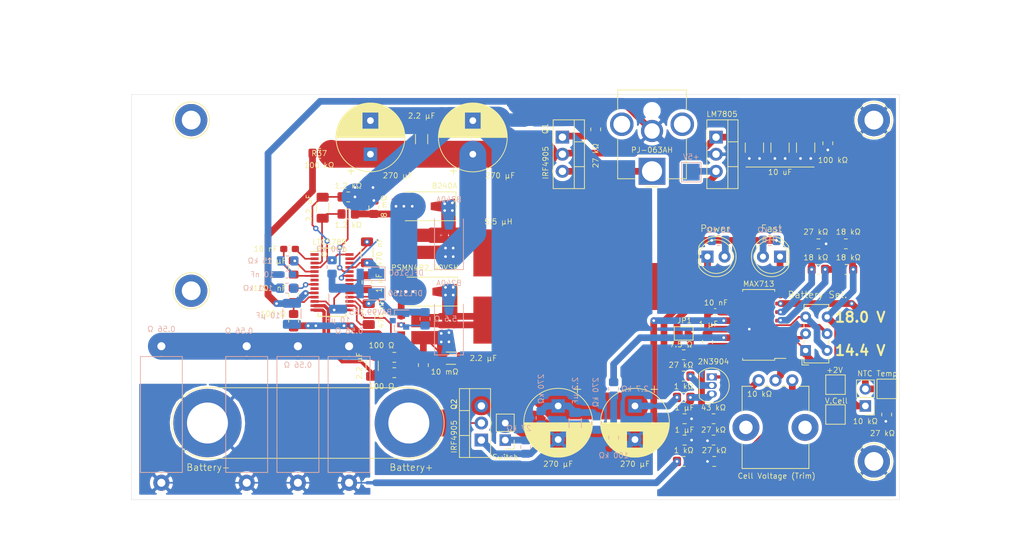
<source format=kicad_pcb>
(kicad_pcb (version 20171130) (host pcbnew "(5.1.9)-1")
  (layers (0 F.Cu signal) (31 B.Cu signal) (34 B.Paste user) (35 F.Paste user hide) (36 B.SilkS user) (37 F.SilkS user) (38 B.Mask user) (39 F.Mask user) (44 Edge.Cuts user))
  (net 0 "")
  (net 1 +BATT)
  (net 2 -BATT)
  (net 3 "Net-(C1-Pad2)")
  (net 4 "Net-(C2-Pad2)")
  (net 5 GND)
  (net 6 /CC)
  (net 7 "Net-(C4-Pad2)")
  (net 8 "Net-(C5-Pad2)")
  (net 9 "Net-(C5-Pad1)")
  (net 10 "Net-(C6-Pad2)")
  (net 11 "Net-(C6-Pad1)")
  (net 12 /DC)
  (net 13 "Net-(C8-Pad2)")
  (net 14 "Net-(C9-Pad1)")
  (net 15 "Net-(C10-Pad1)")
  (net 16 /FB_BATT-)
  (net 17 "Net-(C13-Pad1)")
  (net 18 "Net-(C13-Pad2)")
  (net 19 "Net-(C14-Pad1)")
  (net 20 "Net-(C14-Pad2)")
  (net 21 /VSMPS)
  (net 22 "Net-(C20-Pad1)")
  (net 23 /INTVCC)
  (net 24 /PWR_LED)
  (net 25 /FASTCHG_LED)
  (net 26 /nFASTCHG)
  (net 27 "Net-(D6-Pad2)")
  (net 28 "Net-(D7-Pad2)")
  (net 29 "Net-(D9-Pad2)")
  (net 30 /BG2)
  (net 31 "Net-(J1-Pad1)")
  (net 32 "Net-(J2-Pad1)")
  (net 33 +5V)
  (net 34 "Net-(NT2-Pad2)")
  (net 35 "Net-(NT3-Pad2)")
  (net 36 "Net-(Q1-Pad1)")
  (net 37 "Net-(Q2-Pad1)")
  (net 38 "Net-(Q3-Pad4)")
  (net 39 "Net-(Q3-Pad2)")
  (net 40 /TG2)
  (net 41 "Net-(Q7-Pad2)")
  (net 42 /FB_BATT+)
  (net 43 /Vout)
  (net 44 /Vfb)
  (net 45 /FEEDBACK)
  (net 46 /THI)
  (net 47 /TLO)
  (net 48 "Net-(R24-Pad1)")
  (net 49 /TEMP)
  (net 50 "Net-(R30-Pad2)")
  (net 51 "Net-(R32-Pad1)")
  (net 52 "Net-(R34-Pad1)")
  (net 53 /VCELL)
  (net 54 /REF)
  (net 55 /PGM0)
  (net 56 /PGM1)
  (net 57 /V_FB)
  (net 58 "Net-(U2-Pad7)")
  (net 59 /Enable)
  (net 60 GNDPWR)
  (net 61 "Net-(D9-Pad1)")
  (net 62 "Net-(J5-Pad1)")
  (net 63 "Net-(J6-Pad1)")
  (module Capacitor_THT:CP_Radial_D10.0mm_P5.00mm (layer F.Cu) (at 124.46 82.677 90)
    (fp_text reference C23 hide)
    (fp_text value "270 μF" (at -3.175 4.064 180) (layer F.SilkS) (effects (font (size 0.8 0.8) (thickness 0.1))))
    (pad 2 thru_hole circle (at 5 0 90) (size 2 2) (drill 1) (layers *.Cu *.Mask) (net 60 GNDPWR))
    (pad 1 thru_hole rect (at 0 0 90) (size 2 2) (drill 1) (layers *.Cu *.Mask) (net 12 /DC))
  )
  (module Resistor_SMD:R_0805_2012Metric_Pad1.20x1.40mm_HandSolder (layer F.Cu) (at 116.84 82.55)
    (fp_text reference R37 (at 0 0) (layer F.SilkS) (effects (font (size 0.8 0.8) (thickness 0.1))))
    (fp_text value "100 kΩ" (at 0 1.778) (layer F.SilkS) (effects (font (size 0.8 0.8) (thickness 0.1))))
    (pad 1 smd roundrect (at -1 0) (size 1.2 1.4) (layers F.Cu F.Paste F.Mask) (roundrect_rratio 0.208333) (net 22 "Net-(C20-Pad1)"))
    (pad 2 smd roundrect (at 1 0) (size 1.2 1.4) (layers F.Cu F.Paste F.Mask) (roundrect_rratio 0.208333) (net 12 /DC))
  )
  (module Nexperia:LFPAK56D (layer F.Cu) (at 132.313 108.712 270)
    (fp_text reference Q4 hide)
    (fp_text value PSMN4R2_40VSH hide)
    (pad 5 smd rect (at 1.27 -0.275 270) (size 1.97 4.1) (layers F.Cu F.Mask) (net 43 /Vout))
    (pad 6 smd rect (at 0.635 -2.575 270) (size 0.7 1.9) (layers F.Cu F.Paste F.Mask) (net 43 /Vout))
    (pad 5 smd rect (at 1.905 -2.575 270) (size 0.7 1.9) (layers F.Cu F.Paste F.Mask) (net 43 /Vout))
    (pad 4 smd rect (at 1.905 3.275 270) (size 0.7 1.15) (layers F.Cu F.Paste F.Mask) (net 40 /TG2))
    (pad 2 smd rect (at -0.635 3.275 270) (size 0.7 1.15) (layers F.Cu F.Paste F.Mask) (net 30 /BG2))
    (pad 1 smd rect (at -1.905 3.275 270) (size 0.7 1.15) (layers F.Cu F.Paste F.Mask) (net 27 "Net-(D6-Pad2)"))
    (pad 7 smd rect (at -1.27 -0.275 270) (size 1.97 4.1) (layers F.Cu F.Mask) (net 28 "Net-(D7-Pad2)"))
    (pad 3 smd rect (at 0.635 3.275 270) (size 0.7 1.15) (layers F.Cu F.Paste F.Mask))
    (pad 7 smd rect (at -0.635 -2.575 270) (size 0.7 1.9) (layers F.Cu F.Paste F.Mask) (net 28 "Net-(D7-Pad2)"))
    (pad 8 smd rect (at -1.905 -2.575 270) (size 0.7 1.9) (layers F.Cu F.Paste F.Mask) (net 28 "Net-(D7-Pad2)"))
  )
  (module Nexperia:LFPAK56D (layer F.Cu) (at 132.588 96.012 270)
    (fp_text reference Q3 hide)
    (fp_text value PSMN4R2_40VSH (at 3.556 0) (layer F.SilkS) (effects (font (size 0.8 0.8) (thickness 0.1))))
    (pad 5 smd rect (at 1.27 -0.275 270) (size 1.97 4.1) (layers F.Cu F.Mask) (net 12 /DC))
    (pad 6 smd rect (at 0.635 -2.575 270) (size 0.7 1.9) (layers F.Cu F.Paste F.Mask) (net 12 /DC))
    (pad 5 smd rect (at 1.905 -2.575 270) (size 0.7 1.9) (layers F.Cu F.Paste F.Mask) (net 12 /DC))
    (pad 4 smd rect (at 1.905 3.275 270) (size 0.7 1.15) (layers F.Cu F.Paste F.Mask) (net 38 "Net-(Q3-Pad4)"))
    (pad 2 smd rect (at -0.635 3.275 270) (size 0.7 1.15) (layers F.Cu F.Paste F.Mask) (net 39 "Net-(Q3-Pad2)"))
    (pad 1 smd rect (at -1.905 3.275 270) (size 0.7 1.15) (layers F.Cu F.Paste F.Mask) (net 27 "Net-(D6-Pad2)"))
    (pad 7 smd rect (at -1.27 -0.275 270) (size 1.97 4.1) (layers F.Cu F.Mask) (net 8 "Net-(C5-Pad2)"))
    (pad 3 smd rect (at 0.635 3.275 270) (size 0.7 1.15) (layers F.Cu F.Paste F.Mask))
    (pad 7 smd rect (at -0.635 -2.575 270) (size 0.7 1.9) (layers F.Cu F.Paste F.Mask) (net 8 "Net-(C5-Pad2)"))
    (pad 8 smd rect (at -1.905 -2.575 270) (size 0.7 1.9) (layers F.Cu F.Paste F.Mask) (net 8 "Net-(C5-Pad2)"))
  )
  (module Connector:Banana_Jack_2Pin (layer F.Cu) (at 130.175 122.682 180)
    (fp_text reference BT1 hide)
    (fp_text value Battery)
    (pad 1 thru_hole circle (at 0 0 180) (size 10.16 10.16) (drill 6.1) (layers *.Cu *.Mask) (net 1 +BATT))
    (pad 2 thru_hole circle (at 29.97 0 180) (size 10.16 10.16) (drill 6.1) (layers *.Cu *.Mask) (net 2 -BATT))
  )
  (module Capacitor_SMD:C_0603_1608Metric_Pad1.08x0.95mm_HandSolder (layer F.Cu) (at 112.4215 96.774)
    (fp_text reference C1 hide)
    (fp_text value "10 nF" (at -3.556 0) (layer F.SilkS) (effects (font (size 0.8 0.8) (thickness 0.1))))
    (pad 1 smd roundrect (at -0.8625 0) (size 1.075 0.95) (layers F.Cu F.Paste F.Mask) (net 5 GND))
    (pad 2 smd roundrect (at 0.8625 0) (size 1.075 0.95) (layers F.Cu F.Paste F.Mask) (net 3 "Net-(C1-Pad2)"))
  )
  (module Capacitor_SMD:C_0603_1608Metric_Pad1.08x0.95mm_HandSolder (layer B.Cu) (at 112.014 100.584)
    (fp_text reference C2 hide)
    (fp_text value "10 nF" (at -3.6565 0) (layer B.SilkS) (effects (font (size 0.8 0.8) (thickness 0.1)) (justify mirror)))
    (pad 1 smd roundrect (at -0.8625 0) (size 1.075 0.95) (layers B.Cu B.Paste B.Mask) (net 5 GND))
    (pad 2 smd roundrect (at 0.8625 0) (size 1.075 0.95) (layers B.Cu B.Paste B.Mask) (net 4 "Net-(C2-Pad2)"))
  )
  (module Capacitor_SMD:C_0603_1608Metric_Pad1.08x0.95mm_HandSolder (layer F.Cu) (at 175.768 106.172 180)
    (fp_text reference C3 hide)
    (fp_text value "10 nF" (at -0.1005 1.397) (layer F.SilkS) (effects (font (size 0.8 0.8) (thickness 0.1))))
    (pad 2 smd roundrect (at 0.8625 0 180) (size 1.075 0.95) (layers F.Cu F.Paste F.Mask) (net 5 GND))
    (pad 1 smd roundrect (at -0.8625 0 180) (size 1.075 0.95) (layers F.Cu F.Paste F.Mask) (net 6 /CC))
  )
  (module Capacitor_SMD:C_0805_2012Metric_Pad1.18x1.45mm_HandSolder (layer F.Cu) (at 113.03 103.632 270)
    (fp_text reference C4 hide)
    (fp_text value "100  nF" (at -1.016 3.556) (layer F.SilkS) (effects (font (size 0.8 0.8) (thickness 0.1))))
    (pad 1 smd roundrect (at -1.0375 0 270) (size 1.175 1.45) (layers F.Cu F.Paste F.Mask) (roundrect_rratio 0.212766) (net 5 GND))
    (pad 2 smd roundrect (at 1.0375 0 270) (size 1.175 1.45) (layers F.Cu F.Paste F.Mask) (roundrect_rratio 0.212766) (net 7 "Net-(C4-Pad2)"))
  )
  (module Capacitor_SMD:C_1206_3216Metric_Pad1.33x1.80mm_HandSolder (layer F.Cu) (at 123.952 97.282 90)
    (fp_text reference C5 hide)
    (fp_text value "470 nF" (at 0 1.85 90) (layer F.SilkS) (effects (font (size 0.8 0.8) (thickness 0.1))))
    (pad 2 smd roundrect (at 1.5625 0 90) (size 1.325 1.8) (layers F.Cu F.Paste F.Mask) (roundrect_rratio 0.188679) (net 8 "Net-(C5-Pad2)"))
    (pad 1 smd roundrect (at -1.5625 0 90) (size 1.325 1.8) (layers F.Cu F.Paste F.Mask) (roundrect_rratio 0.188679) (net 9 "Net-(C5-Pad1)"))
  )
  (module Capacitor_SMD:C_1206_3216Metric_Pad1.33x1.80mm_HandSolder (layer F.Cu) (at 124.206 106.4645 90)
    (fp_text reference C6 hide)
    (fp_text value "470 nF" (at 0 1.85 90) (layer F.SilkS) (effects (font (size 0.8 0.8) (thickness 0.1))))
    (pad 2 smd roundrect (at 1.5625 0 90) (size 1.325 1.8) (layers F.Cu F.Paste F.Mask) (roundrect_rratio 0.188679) (net 10 "Net-(C6-Pad2)"))
    (pad 1 smd roundrect (at -1.5625 0 90) (size 1.325 1.8) (layers F.Cu F.Paste F.Mask) (roundrect_rratio 0.188679) (net 11 "Net-(C6-Pad1)"))
  )
  (module Capacitor_SMD:C_0805_2012Metric_Pad1.18x1.45mm_HandSolder (layer F.Cu) (at 123.952 101.727 270)
    (fp_text reference C7 hide)
    (fp_text value "1 μF" (at 0.127 -1.778 90) (layer F.SilkS) (effects (font (size 0.8 0.8) (thickness 0.1))))
    (pad 1 smd roundrect (at -1.0375 0 270) (size 1.175 1.45) (layers F.Cu F.Paste F.Mask) (roundrect_rratio 0.212766) (net 12 /DC))
    (pad 2 smd roundrect (at 1.0375 0 270) (size 1.175 1.45) (layers F.Cu F.Paste F.Mask) (roundrect_rratio 0.212766) (net 5 GND))
  )
  (module Capacitor_SMD:C_0805_2012Metric_Pad1.18x1.45mm_HandSolder (layer F.Cu) (at 113.03 99.5465 90)
    (fp_text reference C8 hide)
    (fp_text value "1 μF" (at 0.9945 -2.54 180) (layer F.SilkS) (effects (font (size 0.8 0.8) (thickness 0.1))))
    (pad 1 smd roundrect (at -1.0375 0 90) (size 1.175 1.45) (layers F.Cu F.Paste F.Mask) (roundrect_rratio 0.212766) (net 5 GND))
    (pad 2 smd roundrect (at 1.0375 0 90) (size 1.175 1.45) (layers F.Cu F.Paste F.Mask) (roundrect_rratio 0.212766) (net 13 "Net-(C8-Pad2)"))
  )
  (module Capacitor_SMD:C_0805_2012Metric_Pad1.18x1.45mm_HandSolder (layer F.Cu) (at 174.625 110.617 90)
    (fp_text reference C9 hide)
    (fp_text value "1 μF" (at 2.667 0.127 180) (layer F.SilkS) (effects (font (size 0.8 0.8) (thickness 0.1))))
    (pad 2 smd roundrect (at 1.0375 0 90) (size 1.175 1.45) (layers F.Cu F.Paste F.Mask) (roundrect_rratio 0.212766) (net 5 GND))
    (pad 1 smd roundrect (at -1.0375 0 90) (size 1.175 1.45) (layers F.Cu F.Paste F.Mask) (roundrect_rratio 0.212766) (net 14 "Net-(C9-Pad1)"))
  )
  (module Capacitor_SMD:C_0805_2012Metric_Pad1.18x1.45mm_HandSolder (layer F.Cu) (at 171.2175 122.047)
    (fp_text reference C10 hide)
    (fp_text value "1 μF" (at -0.0215 -1.651) (layer F.SilkS) (effects (font (size 0.8 0.8) (thickness 0.1))))
    (pad 2 smd roundrect (at 1.0375 0) (size 1.175 1.45) (layers F.Cu F.Paste F.Mask) (roundrect_rratio 0.212766) (net 5 GND))
    (pad 1 smd roundrect (at -1.0375 0) (size 1.175 1.45) (layers F.Cu F.Paste F.Mask) (roundrect_rratio 0.212766) (net 15 "Net-(C10-Pad1)"))
  )
  (module Capacitor_SMD:C_0805_2012Metric_Pad1.18x1.45mm_HandSolder (layer F.Cu) (at 171.2175 125.222)
    (fp_text reference C11 hide)
    (fp_text value "1 μF" (at -0.0215 -1.524) (layer F.SilkS) (effects (font (size 0.8 0.8) (thickness 0.1))))
    (pad 2 smd roundrect (at 1.0375 0) (size 1.175 1.45) (layers F.Cu F.Paste F.Mask) (roundrect_rratio 0.212766) (net 5 GND))
    (pad 1 smd roundrect (at -1.0375 0) (size 1.175 1.45) (layers F.Cu F.Paste F.Mask) (roundrect_rratio 0.212766) (net 16 /FB_BATT-))
  )
  (module Capacitor_SMD:C_1206_3216Metric_Pad1.33x1.80mm_HandSolder (layer F.Cu) (at 132.08 80.4295 90)
    (fp_text reference C12 hide)
    (fp_text value "2.2 μF" (at 3.4675 0 180) (layer F.SilkS) (effects (font (size 0.8 0.8) (thickness 0.1))))
    (pad 1 smd roundrect (at -1.5625 0 90) (size 1.325 1.8) (layers F.Cu F.Paste F.Mask) (roundrect_rratio 0.188679) (net 12 /DC))
    (pad 2 smd roundrect (at 1.5625 0 90) (size 1.325 1.8) (layers F.Cu F.Paste F.Mask) (roundrect_rratio 0.188679) (net 60 GNDPWR))
  )
  (module Capacitor_SMD:C_1206_3216Metric_Pad1.33x1.80mm_HandSolder (layer F.Cu) (at 117.348 90.6395 90)
    (fp_text reference C13 hide)
    (fp_text value "2.2 μF" (at -0.0385 -2.032 90) (layer F.SilkS) (effects (font (size 0.8 0.8) (thickness 0.1))))
    (pad 1 smd roundrect (at -1.5625 0 90) (size 1.325 1.8) (layers F.Cu F.Paste F.Mask) (roundrect_rratio 0.188679) (net 17 "Net-(C13-Pad1)"))
    (pad 2 smd roundrect (at 1.5625 0 90) (size 1.325 1.8) (layers F.Cu F.Paste F.Mask) (roundrect_rratio 0.188679) (net 18 "Net-(C13-Pad2)"))
  )
  (module Capacitor_SMD:C_1206_3216Metric_Pad1.33x1.80mm_HandSolder (layer F.Cu) (at 124.714 114.173 270)
    (fp_text reference C14 hide)
    (fp_text value "2.2 μF" (at 0 1.905 90) (layer F.SilkS) (effects (font (size 0.8 0.8) (thickness 0.1))))
    (pad 1 smd roundrect (at -1.5625 0 270) (size 1.325 1.8) (layers F.Cu F.Paste F.Mask) (roundrect_rratio 0.188679) (net 19 "Net-(C14-Pad1)"))
    (pad 2 smd roundrect (at 1.5625 0 270) (size 1.325 1.8) (layers F.Cu F.Paste F.Mask) (roundrect_rratio 0.188679) (net 20 "Net-(C14-Pad2)"))
  )
  (module Capacitor_SMD:C_1206_3216Metric_Pad1.33x1.80mm_HandSolder (layer F.Cu) (at 136.4365 113.03)
    (fp_text reference C15 hide)
    (fp_text value "2.2 μF" (at 4.826 0) (layer F.SilkS) (effects (font (size 0.8 0.8) (thickness 0.1))))
    (pad 2 smd roundrect (at 1.5625 0) (size 1.325 1.8) (layers F.Cu F.Paste F.Mask) (roundrect_rratio 0.188679) (net 60 GNDPWR))
    (pad 1 smd roundrect (at -1.5625 0) (size 1.325 1.8) (layers F.Cu F.Paste F.Mask) (roundrect_rratio 0.188679) (net 43 /Vout))
  )
  (module Capacitor_SMD:C_1206_3216Metric_Pad1.33x1.80mm_HandSolder (layer B.Cu) (at 154.94 122.682 270)
    (fp_text reference C16 hide)
    (fp_text value "2.2 μF" (at -4.826 0 270) (layer B.SilkS) (effects (font (size 0.8 0.8) (thickness 0.1)) (justify mirror)))
    (pad 1 smd roundrect (at -1.5625 0 270) (size 1.325 1.8) (layers B.Cu B.Paste B.Mask) (roundrect_rratio 0.188679) (net 21 /VSMPS))
    (pad 2 smd roundrect (at 1.5625 0 270) (size 1.325 1.8) (layers B.Cu B.Paste B.Mask) (roundrect_rratio 0.188679) (net 60 GNDPWR))
  )
  (module Capacitor_SMD:C_1210_3225Metric_Pad1.33x2.70mm_HandSolder (layer F.Cu) (at 189.23 81.6995 270)
    (fp_text reference C17 hide)
    (fp_text value "10 uF" (at 3.6445 3.81 180) (layer F.SilkS) (effects (font (size 0.8 0.8) (thickness 0.1))))
    (pad 2 smd roundrect (at 1.5625 0 270) (size 1.325 2.7) (layers F.Cu F.Paste F.Mask) (roundrect_rratio 0.188679) (net 5 GND))
    (pad 1 smd roundrect (at -1.5625 0 270) (size 1.325 2.7) (layers F.Cu F.Paste F.Mask) (roundrect_rratio 0.188679) (net 12 /DC))
  )
  (module Capacitor_SMD:C_1210_3225Metric_Pad1.33x2.70mm_HandSolder (layer F.Cu) (at 185.42 81.6995 270)
    (fp_text reference C18 hide)
    (fp_text value "10 uF")
    (pad 1 smd roundrect (at -1.5625 0 270) (size 1.325 2.7) (layers F.Cu F.Paste F.Mask) (roundrect_rratio 0.188679) (net 12 /DC))
    (pad 2 smd roundrect (at 1.5625 0 270) (size 1.325 2.7) (layers F.Cu F.Paste F.Mask) (roundrect_rratio 0.188679) (net 5 GND))
  )
  (module Capacitor_SMD:C_1210_3225Metric_Pad1.33x2.70mm_HandSolder (layer F.Cu) (at 181.61 81.6995 270)
    (fp_text reference C19 hide)
    (fp_text value "10 uF")
    (pad 1 smd roundrect (at -1.5625 0 270) (size 1.325 2.7) (layers F.Cu F.Paste F.Mask) (roundrect_rratio 0.188679) (net 12 /DC))
    (pad 2 smd roundrect (at 1.5625 0 270) (size 1.325 2.7) (layers F.Cu F.Paste F.Mask) (roundrect_rratio 0.188679) (net 5 GND))
  )
  (module Capacitor_SMD:C_1210_3225Metric_Pad1.33x2.70mm_HandSolder (layer B.Cu) (at 112.776 106.426 270)
    (fp_text reference C20 hide)
    (fp_text value "10 μF" (at 0.254 3.556) (layer B.SilkS) (effects (font (size 0.8 0.8) (thickness 0.1)) (justify mirror)))
    (pad 2 smd roundrect (at 1.5625 0 270) (size 1.325 2.7) (layers B.Cu B.Paste B.Mask) (roundrect_rratio 0.188679) (net 5 GND))
    (pad 1 smd roundrect (at -1.5625 0 270) (size 1.325 2.7) (layers B.Cu B.Paste B.Mask) (roundrect_rratio 0.188679) (net 22 "Net-(C20-Pad1)"))
  )
  (module Capacitor_SMD:C_1210_3225Metric_Pad1.33x2.70mm_HandSolder (layer B.Cu) (at 119.634 104.1785 270)
    (fp_text reference C21 hide)
    (fp_text value "10 μF" (at 3.175 0) (layer B.SilkS) (effects (font (size 0.8 0.8) (thickness 0.1)) (justify mirror)))
    (pad 1 smd roundrect (at -1.5625 0 270) (size 1.325 2.7) (layers B.Cu B.Paste B.Mask) (roundrect_rratio 0.188679) (net 23 /INTVCC))
    (pad 2 smd roundrect (at 1.5625 0 270) (size 1.325 2.7) (layers B.Cu B.Paste B.Mask) (roundrect_rratio 0.188679) (net 5 GND))
  )
  (module Capacitor_THT:CP_Radial_D10.0mm_P5.00mm (layer F.Cu) (at 139.7 82.677 90)
    (fp_text reference C22 hide)
    (fp_text value "270 μF" (at -3.175 4.064 180) (layer F.SilkS) (effects (font (size 0.8 0.8) (thickness 0.1))))
    (pad 1 thru_hole rect (at 0 0 90) (size 2 2) (drill 1) (layers *.Cu *.Mask) (net 12 /DC))
    (pad 2 thru_hole circle (at 5 0 90) (size 2 2) (drill 1) (layers *.Cu *.Mask) (net 60 GNDPWR))
  )
  (module Capacitor_THT:CP_Radial_D10.0mm_P5.00mm (layer F.Cu) (at 163.83 120.142 270)
    (fp_text reference C24 hide)
    (fp_text value "270 μF" (at 8.636 0 180) (layer F.SilkS) (effects (font (size 0.8 0.8) (thickness 0.1))))
    (pad 2 thru_hole circle (at 5 0 270) (size 2 2) (drill 1) (layers *.Cu *.Mask) (net 60 GNDPWR))
    (pad 1 thru_hole rect (at 0 0 270) (size 2 2) (drill 1) (layers *.Cu *.Mask) (net 21 /VSMPS))
  )
  (module Capacitor_THT:CP_Radial_D10.0mm_P5.00mm (layer F.Cu) (at 152.4 120.142 270)
    (fp_text reference C25 hide)
    (fp_text value "270 μF" (at 8.636 0 180) (layer F.SilkS) (effects (font (size 0.8 0.8) (thickness 0.1))))
    (pad 1 thru_hole rect (at 0 0 270) (size 2 2) (drill 1) (layers *.Cu *.Mask) (net 21 /VSMPS))
    (pad 2 thru_hole circle (at 5 0 270) (size 2 2) (drill 1) (layers *.Cu *.Mask) (net 60 GNDPWR))
  )
  (module LED_THT:LED_D5.0mm (layer F.Cu) (at 174.625 97.917)
    (fp_text reference D1 hide)
    (fp_text value Red)
    (pad 1 thru_hole rect (at 0 0) (size 1.8 1.8) (drill 0.9) (layers *.Cu *.Mask) (net 5 GND))
    (pad 2 thru_hole circle (at 2.54 0) (size 1.8 1.8) (drill 0.9) (layers *.Cu *.Mask) (net 24 /PWR_LED))
  )
  (module LED_THT:LED_D5.0mm (layer F.Cu) (at 185.42 97.917 180)
    (fp_text reference D2 hide)
    (fp_text value Yellow)
    (pad 2 thru_hole circle (at 2.54 0 180) (size 1.8 1.8) (drill 0.9) (layers *.Cu *.Mask) (net 25 /FASTCHG_LED))
    (pad 1 thru_hole rect (at 0 0 180) (size 1.8 1.8) (drill 0.9) (layers *.Cu *.Mask) (net 26 /nFASTCHG))
  )
  (module Diode_SMD:D_PowerDI-123 (layer B.Cu) (at 124.46 100.457 180)
    (fp_text reference D3 hide)
    (fp_text value DFLS160 (at -5.334 0.127) (layer B.SilkS) (effects (font (size 0.8 0.8) (thickness 0.1)) (justify mirror)))
    (pad 2 smd rect (at 1.525 0) (size 1.05 1.5) (layers B.Cu B.Paste B.Mask) (net 23 /INTVCC))
    (pad 1 smd rect (at -0.85 0) (size 2.4 1.5) (layers B.Cu B.Paste B.Mask) (net 9 "Net-(C5-Pad1)"))
  )
  (module Diode_SMD:D_PowerDI-123 (layer B.Cu) (at 124.46 103.378 180)
    (fp_text reference D4 hide)
    (fp_text value DFLS160 (at -5.207 0) (layer B.SilkS) (effects (font (size 0.8 0.8) (thickness 0.1)) (justify mirror)))
    (pad 1 smd rect (at -0.85 0) (size 2.4 1.5) (layers B.Cu B.Paste B.Mask) (net 10 "Net-(C6-Pad2)"))
    (pad 2 smd rect (at 1.525 0) (size 1.05 1.5) (layers B.Cu B.Paste B.Mask) (net 23 /INTVCC))
  )
  (module Diode_SMD:D_SMA-SMB_Universal_Handsoldering (layer B.Cu) (at 136.144 94.996 90)
    (fp_text reference D5 hide)
    (fp_text value B240A (at 5.588 0 180) (layer B.SilkS) (effects (font (size 0.8 0.8) (thickness 0.1)) (justify mirror)))
    (pad 2 smd trapezoid (at 2.9 0 270) (size 3.6 1.7) (rect_delta 0.6 0) (layers B.Cu B.Paste B.Mask) (net 8 "Net-(C5-Pad2)"))
    (pad 1 smd trapezoid (at -2.9 0 90) (size 3.6 1.7) (rect_delta 0.6 0) (layers B.Cu B.Paste B.Mask) (net 12 /DC))
  )
  (module Diode_SMD:D_SMA-SMB_Universal_Handsoldering (layer F.Cu) (at 132.334 90.424 180)
    (fp_text reference D6 hide)
    (fp_text value B240A (at -3.154 3.048 180) (layer F.SilkS) (effects (font (size 0.8 0.8) (thickness 0.1))))
    (pad 2 smd trapezoid (at 2.9 0) (size 3.6 1.7) (rect_delta 0.6 0) (layers F.Cu F.Paste F.Mask) (net 27 "Net-(D6-Pad2)"))
    (pad 1 smd trapezoid (at -2.9 0 180) (size 3.6 1.7) (rect_delta 0.6 0) (layers F.Cu F.Paste F.Mask) (net 8 "Net-(C5-Pad2)"))
  )
  (module Diode_SMD:D_SMA-SMB_Universal_Handsoldering (layer B.Cu) (at 136.144 107.696 90)
    (fp_text reference D7 hide)
    (fp_text value B240A (at 5.842 0) (layer B.SilkS) (effects (font (size 0.8 0.8) (thickness 0.1)) (justify mirror)))
    (pad 1 smd trapezoid (at -2.9 0 90) (size 3.6 1.7) (rect_delta 0.6 0) (layers B.Cu B.Paste B.Mask) (net 43 /Vout))
    (pad 2 smd trapezoid (at 2.9 0 270) (size 3.6 1.7) (rect_delta 0.6 0) (layers B.Cu B.Paste B.Mask) (net 28 "Net-(D7-Pad2)"))
  )
  (module Diode_SMD:D_SMA-SMB_Universal_Handsoldering (layer F.Cu) (at 132.588 103.124 180)
    (fp_text reference D8 hide)
    (fp_text value B240A)
    (pad 1 smd trapezoid (at -2.9 0 180) (size 3.6 1.7) (rect_delta 0.6 0) (layers F.Cu F.Paste F.Mask) (net 28 "Net-(D7-Pad2)"))
    (pad 2 smd trapezoid (at 2.9 0) (size 3.6 1.7) (rect_delta 0.6 0) (layers F.Cu F.Paste F.Mask) (net 27 "Net-(D6-Pad2)"))
  )
  (module Diode_SMD:D_SOT-23_ANK (layer B.Cu) (at 128.778 107.442 180)
    (fp_text reference D9 hide)
    (fp_text value BAV99,235 (at 4.318 1.27) (layer B.SilkS) (effects (font (size 0.8 0.8) (thickness 0.1)) (justify mirror)))
    (pad 2 smd rect (at -1 0.95 180) (size 0.9 0.8) (layers B.Cu B.Paste B.Mask) (net 29 "Net-(D9-Pad2)"))
    (pad 3 smd rect (at -1 -0.95 180) (size 0.9 0.8) (layers B.Cu B.Paste B.Mask) (net 30 /BG2))
    (pad 1 smd rect (at 1 0 180) (size 0.9 0.8) (layers B.Cu B.Paste B.Mask) (net 61 "Net-(D9-Pad1)"))
  )
  (module Connector_BarrelJack:BarrelJack_CUI_PJ-063AH_Horizontal_CircularHoles (layer F.Cu) (at 166.37 85.217 180)
    (fp_text reference J1 hide)
    (fp_text value PJ-063AH (at 0 3.175) (layer F.SilkS) (effects (font (size 0.8 0.8) (thickness 0.1))))
    (pad 1 thru_hole rect (at 0 0 180) (size 4 4) (drill 3) (layers *.Cu *.Mask) (net 31 "Net-(J1-Pad1)"))
    (pad 2 thru_hole circle (at 0 6 180) (size 3.3 3.3) (drill 2.3) (layers *.Cu *.Mask) (net 5 GND))
    (pad MP thru_hole circle (at -4.5 7 180) (size 3.5 3.5) (drill 2.5) (layers *.Cu *.Mask))
    (pad MP thru_hole circle (at 4.5 7 180) (size 3.5 3.5) (drill 2.5) (layers *.Cu *.Mask))
    (pad "" np_thru_hole circle (at 0 9 180) (size 1.6 1.6) (drill 1.6) (layers *.Cu *.Mask))
  )
  (module Connector_PinHeader_2.54mm:PinHeader_1x02_P2.54mm_Vertical (layer F.Cu) (at 144.526 125.222 180)
    (fp_text reference J2 hide)
    (fp_text value Switch (at 0 -2.54) (layer F.SilkS) (effects (font (size 0.8 0.8) (thickness 0.1))))
    (pad 1 thru_hole rect (at 0 0 180) (size 1.7 1.7) (drill 1) (layers *.Cu *.Mask) (net 32 "Net-(J2-Pad1)"))
    (pad 2 thru_hole oval (at 0 2.54 180) (size 1.7 1.7) (drill 1) (layers *.Cu *.Mask) (net 60 GNDPWR))
  )
  (module TestPoint:TestPoint_Loop_D3.80mm_Drill2.8mm (layer F.Cu) (at 199.39 77.597 90)
    (fp_text reference J3 hide)
    (fp_text value Pad)
    (pad 1 thru_hole circle (at 0 0 90) (size 4.8 4.8) (drill 2.8) (layers *.Cu *.Mask) (net 5 GND))
  )
  (module TestPoint:TestPoint_Loop_D3.80mm_Drill2.8mm (layer F.Cu) (at 199.39 128.397 270)
    (fp_text reference J4 hide)
    (fp_text value Pad)
    (pad 1 thru_hole circle (at 0 0 270) (size 4.8 4.8) (drill 2.8) (layers *.Cu *.Mask) (net 5 GND))
  )
  (module TestPoint:TestPoint_Loop_D3.80mm_Drill2.8mm (layer F.Cu) (at 97.79 77.597 270)
    (fp_text reference J5 hide)
    (fp_text value Pad)
    (pad 1 thru_hole circle (at 0 0 270) (size 4.8 4.8) (drill 2.8) (layers *.Cu *.Mask) (net 62 "Net-(J5-Pad1)"))
  )
  (module TestPoint:TestPoint_Loop_D3.80mm_Drill2.8mm (layer F.Cu) (at 97.79 102.997 270)
    (fp_text reference J6 hide)
    (fp_text value Pad)
    (pad 1 thru_hole circle (at 0 0 270) (size 4.8 4.8) (drill 2.8) (layers *.Cu *.Mask) (net 63 "Net-(J6-Pad1)"))
  )
  (module Jumper:SolderJumper-2_P1.3mm_Open_Pad1.0x1.5mm (layer F.Cu) (at 171.084 109.347)
    (fp_text reference JP1 (at 0.112 -1.905) (layer F.SilkS) (effects (font (size 0.8 0.8) (thickness 0.1))))
    (fp_text value PROTO)
    (pad 2 smd rect (at 0.65 0) (size 1 1.5) (layers F.Cu F.Mask) (net 14 "Net-(C9-Pad1)"))
    (pad 1 smd rect (at -0.65 0) (size 1 1.5) (layers F.Cu F.Mask) (net 33 +5V))
  )
  (module WE-HCF:2818 (layer F.Cu) (at 157.48 102.362 270)
    (fp_text reference L1 hide)
    (fp_text value "5.5 μH" (at -9.652 13.97 180) (layer F.SilkS) (effects (font (size 0.8 0.8) (thickness 0.1))))
    (pad 1 smd rect (at -5 14.2 270) (size 7 7) (layers F.Cu F.Paste F.Mask) (net 8 "Net-(C5-Pad2)"))
    (pad 2 smd rect (at 5 14.2 270) (size 7 7) (layers F.Cu F.Paste F.Mask) (net 28 "Net-(D7-Pad2)"))
    (pad 4 smd rect (at 0 -7.7 270) (size 7 7) (layers F.Cu F.Paste F.Mask))
  )
  (module NetTie:NetTie-2_SMD_Pad2.0mm (layer B.Cu) (at 145.415 77.597 180)
    (fp_text reference NT1 hide)
    (fp_text value Net-Tie)
    (fp_poly (pts (xy -2 1) (xy 2 1) (xy 2 -1) (xy -2 -1)) (layer B.Cu) (width 0))
    (pad 1 smd circle (at -2 0 180) (size 2 2) (layers B.Cu) (net 5 GND))
    (pad 2 smd circle (at 2 0 180) (size 2 2) (layers B.Cu) (net 60 GNDPWR))
  )
  (module NetTie:NetTie-2_SMD_Pad0.5mm (layer B.Cu) (at 166.87 120.142)
    (fp_text reference NT2 hide)
    (fp_text value Net-Tie hide)
    (fp_poly (pts (xy -0.5 0.25) (xy 0.5 0.25) (xy 0.5 -0.25) (xy -0.5 -0.25)) (layer B.Cu) (width 0))
    (pad 1 smd circle (at -0.5 0) (size 0.5 0.5) (layers B.Cu) (net 21 /VSMPS))
    (pad 2 smd circle (at 0.5 0) (size 0.5 0.5) (layers B.Cu) (net 34 "Net-(NT2-Pad2)"))
  )
  (module NetTie:NetTie-2_SMD_Pad0.5mm (layer B.Cu) (at 124.46 131.572)
    (fp_text reference NT3 hide)
    (fp_text value Net-Tie)
    (fp_poly (pts (xy -0.5 0.25) (xy 0.5 0.25) (xy 0.5 -0.25) (xy -0.5 -0.25)) (layer B.Cu) (width 0))
    (pad 2 smd circle (at 0.5 0) (size 0.5 0.5) (layers B.Cu) (net 35 "Net-(NT3-Pad2)"))
    (pad 1 smd circle (at -0.5 0) (size 0.5 0.5) (layers B.Cu) (net 2 -BATT))
  )
  (module Package_TO_SOT_THT:TO-220-3_Vertical (layer F.Cu) (at 153.035 80.137 270)
    (fp_text reference Q1 (at -1.27 2.54 90) (layer F.SilkS) (effects (font (size 0.8 0.8) (thickness 0.1))))
    (fp_text value IRF4905 (at 3.81 2.5 90) (layer F.SilkS) (effects (font (size 0.8 0.8) (thickness 0.1))))
    (pad 1 thru_hole rect (at 0 0 270) (size 1.905 2) (drill 1.1) (layers *.Cu *.Mask) (net 36 "Net-(Q1-Pad1)"))
    (pad 2 thru_hole oval (at 2.54 0 270) (size 1.905 2) (drill 1.1) (layers *.Cu *.Mask) (net 12 /DC))
    (pad 3 thru_hole oval (at 5.08 0 270) (size 1.905 2) (drill 1.1) (layers *.Cu *.Mask) (net 31 "Net-(J1-Pad1)"))
  )
  (module Package_TO_SOT_THT:TO-220-3_Vertical (layer F.Cu) (at 140.97 125.222 90)
    (fp_text reference Q2 (at 5.334 -4.064 270) (layer F.SilkS) (effects (font (size 0.8 0.8) (thickness 0.1))))
    (fp_text value IRF4905 (at 0.508 -4.064 90) (layer F.SilkS) (effects (font (size 0.8 0.8) (thickness 0.1))))
    (fp_text user %R (at 5.334 -4.064 270) (layer F.SilkS) (effects (font (size 0.8 0.8) (thickness 0.1))))
    (pad 1 thru_hole rect (at 0 0 90) (size 1.905 2) (drill 1.1) (layers *.Cu *.Mask) (net 37 "Net-(Q2-Pad1)"))
    (pad 2 thru_hole oval (at 2.54 0 90) (size 1.905 2) (drill 1.1) (layers *.Cu *.Mask) (net 1 +BATT))
    (pad 3 thru_hole oval (at 5.08 0 90) (size 1.905 2) (drill 1.1) (layers *.Cu *.Mask) (net 21 /VSMPS))
  )
  (module Package_TO_SOT_THT:TO-92_Inline (layer F.Cu) (at 175.26 115.824 270)
    (fp_text reference Q7 hide)
    (fp_text value 2N3904 (at -2.286 -0.254 180) (layer F.SilkS) (effects (font (size 0.8 0.8) (thickness 0.1))))
    (pad 2 thru_hole oval (at 1.27 0 270) (size 1.05 1.5) (drill 0.75) (layers *.Cu *.Mask) (net 41 "Net-(Q7-Pad2)"))
    (pad 3 thru_hole oval (at 2.54 0 270) (size 1.05 1.5) (drill 0.75) (layers *.Cu *.Mask) (net 15 "Net-(C10-Pad1)"))
    (pad 1 thru_hole rect (at 0 0 270) (size 1.05 1.5) (drill 0.75) (layers *.Cu *.Mask) (net 42 /FB_BATT+))
  )
  (module Resistor_SMD:R_0805_2012Metric_Pad1.20x1.40mm_HandSolder (layer F.Cu) (at 124.968 90.567 270)
    (fp_text reference R1 hide)
    (fp_text value "8 mΩ" (at -0.143 -1.524 270) (layer F.SilkS) (effects (font (size 0.8 0.8) (thickness 0.1))))
    (pad 2 smd roundrect (at 1 0 270) (size 1.2 1.4) (layers F.Cu F.Paste F.Mask) (roundrect_rratio 0.208333) (net 27 "Net-(D6-Pad2)"))
    (pad 1 smd roundrect (at -1 0 270) (size 1.2 1.4) (layers F.Cu F.Paste F.Mask) (roundrect_rratio 0.208333) (net 60 GNDPWR))
  )
  (module Resistor_SMD:R_0805_2012Metric_Pad1.20x1.40mm_HandSolder (layer F.Cu) (at 132.334 114.062 270)
    (fp_text reference R2 hide)
    (fp_text value "10 mΩ" (at 1 -3.175 180) (layer F.SilkS) (effects (font (size 0.8 0.8) (thickness 0.1))))
    (pad 1 smd roundrect (at -1 0 270) (size 1.2 1.4) (layers F.Cu F.Paste F.Mask) (roundrect_rratio 0.208333) (net 43 /Vout))
    (pad 2 smd roundrect (at 1 0 270) (size 1.2 1.4) (layers F.Cu F.Paste F.Mask) (roundrect_rratio 0.208333) (net 21 /VSMPS))
  )
  (module Resistor_SMD:R_0805_2012Metric_Pad1.20x1.40mm_HandSolder (layer B.Cu) (at 132.588 107.172 90)
    (fp_text reference R7 hide)
    (fp_text value "5.6 Ω" (at -0.016 3.048) (layer B.SilkS) (effects (font (size 0.8 0.8) (thickness 0.1)) (justify mirror)))
    (pad 2 smd roundrect (at 1 0 90) (size 1.2 1.4) (layers B.Cu B.Paste B.Mask) (roundrect_rratio 0.208333) (net 29 "Net-(D9-Pad2)"))
    (pad 1 smd roundrect (at -1 0 90) (size 1.2 1.4) (layers B.Cu B.Paste B.Mask) (roundrect_rratio 0.208333) (net 30 /BG2))
  )
  (module Resistor_SMD:R_0805_2012Metric_Pad1.20x1.40mm_HandSolder (layer F.Cu) (at 171.085 112.522 180)
    (fp_text reference R8 hide)
    (fp_text value "7.5 Ω" (at 0.397 1.524) (layer F.SilkS) (effects (font (size 0.8 0.8) (thickness 0.1))))
    (pad 2 smd roundrect (at 1 0 180) (size 1.2 1.4) (layers F.Cu F.Paste F.Mask) (roundrect_rratio 0.208333) (net 33 +5V))
    (pad 1 smd roundrect (at -1 0 180) (size 1.2 1.4) (layers F.Cu F.Paste F.Mask) (roundrect_rratio 0.208333) (net 14 "Net-(C9-Pad1)"))
  )
  (module Resistor_SMD:R_0805_2012Metric_Pad1.20x1.40mm_HandSolder (layer F.Cu) (at 113.03 107.458 270)
    (fp_text reference R9 hide)
    (fp_text value "100 Ω" (at -1.032 3.048) (layer F.SilkS) (effects (font (size 0.8 0.8) (thickness 0.1))))
    (pad 2 smd roundrect (at 1 0 270) (size 1.2 1.4) (layers F.Cu F.Paste F.Mask) (roundrect_rratio 0.208333) (net 43 /Vout))
    (pad 1 smd roundrect (at -1 0 270) (size 1.2 1.4) (layers F.Cu F.Paste F.Mask) (roundrect_rratio 0.208333) (net 7 "Net-(C4-Pad2)"))
  )
  (module Resistor_SMD:R_0805_2012Metric_Pad1.20x1.40mm_HandSolder (layer F.Cu) (at 128.016 112.903 180)
    (fp_text reference R10 hide)
    (fp_text value "100 Ω" (at 1.905 1.778) (layer F.SilkS) (effects (font (size 0.8 0.8) (thickness 0.1))))
    (pad 1 smd roundrect (at -1 0 180) (size 1.2 1.4) (layers F.Cu F.Paste F.Mask) (roundrect_rratio 0.208333) (net 43 /Vout))
    (pad 2 smd roundrect (at 1 0 180) (size 1.2 1.4) (layers F.Cu F.Paste F.Mask) (roundrect_rratio 0.208333) (net 19 "Net-(C14-Pad1)"))
  )
  (module Resistor_SMD:R_0805_2012Metric_Pad1.20x1.40mm_HandSolder (layer F.Cu) (at 128.016 115.189 180)
    (fp_text reference R11 hide)
    (fp_text value "100 Ω" (at 1.905 -2.032) (layer F.SilkS) (effects (font (size 0.8 0.8) (thickness 0.1))))
    (pad 2 smd roundrect (at 1 0 180) (size 1.2 1.4) (layers F.Cu F.Paste F.Mask) (roundrect_rratio 0.208333) (net 20 "Net-(C14-Pad2)"))
    (pad 1 smd roundrect (at -1 0 180) (size 1.2 1.4) (layers F.Cu F.Paste F.Mask) (roundrect_rratio 0.208333) (net 21 /VSMPS))
  )
  (module Resistor_SMD:R_0805_2012Metric_Pad1.20x1.40mm_HandSolder (layer F.Cu) (at 171.085 118.872 180)
    (fp_text reference R12 hide)
    (fp_text value "1 kΩ" (at 0 1.65) (layer F.SilkS) (effects (font (size 0.8 0.8) (thickness 0.1))))
    (pad 1 smd roundrect (at -1 0 180) (size 1.2 1.4) (layers F.Cu F.Paste F.Mask) (roundrect_rratio 0.208333) (net 15 "Net-(C10-Pad1)"))
    (pad 2 smd roundrect (at 1 0 180) (size 1.2 1.4) (layers F.Cu F.Paste F.Mask) (roundrect_rratio 0.208333) (net 34 "Net-(NT2-Pad2)"))
  )
  (module Resistor_SMD:R_0805_2012Metric_Pad1.20x1.40mm_HandSolder (layer F.Cu) (at 171.085 128.397 180)
    (fp_text reference R13 hide)
    (fp_text value "1 kΩ" (at 0 1.65) (layer F.SilkS) (effects (font (size 0.8 0.8) (thickness 0.1))))
    (pad 1 smd roundrect (at -1 0 180) (size 1.2 1.4) (layers F.Cu F.Paste F.Mask) (roundrect_rratio 0.208333) (net 16 /FB_BATT-))
    (pad 2 smd roundrect (at 1 0 180) (size 1.2 1.4) (layers F.Cu F.Paste F.Mask) (roundrect_rratio 0.208333) (net 35 "Net-(NT3-Pad2)"))
  )
  (module Resistor_SMD:R_0805_2012Metric_Pad1.20x1.40mm_HandSolder (layer F.Cu) (at 121.158 91.567 180)
    (fp_text reference R14 hide)
    (fp_text value "1.2 kΩ" (at 0 -1.651) (layer F.SilkS) (effects (font (size 0.8 0.8) (thickness 0.1))))
    (pad 1 smd roundrect (at -1 0 180) (size 1.2 1.4) (layers F.Cu F.Paste F.Mask) (roundrect_rratio 0.208333) (net 27 "Net-(D6-Pad2)"))
    (pad 2 smd roundrect (at 1 0 180) (size 1.2 1.4) (layers F.Cu F.Paste F.Mask) (roundrect_rratio 0.208333) (net 17 "Net-(C13-Pad1)"))
  )
  (module Resistor_SMD:R_0805_2012Metric_Pad1.20x1.40mm_HandSolder (layer F.Cu) (at 121.158 89.027 180)
    (fp_text reference R15 hide)
    (fp_text value "1.2 kΩ" (at 0 1.65) (layer F.SilkS) (effects (font (size 0.8 0.8) (thickness 0.1))))
    (pad 2 smd roundrect (at 1 0 180) (size 1.2 1.4) (layers F.Cu F.Paste F.Mask) (roundrect_rratio 0.208333) (net 18 "Net-(C13-Pad2)"))
    (pad 1 smd roundrect (at -1 0 180) (size 1.2 1.4) (layers F.Cu F.Paste F.Mask) (roundrect_rratio 0.208333) (net 60 GNDPWR))
  )
  (module Resistor_SMD:R_0805_2012Metric_Pad1.20x1.40mm_HandSolder (layer B.Cu) (at 160.655 117.602 270)
    (fp_text reference R16 hide)
    (fp_text value "2.7 kΩ" (at 0 -3.175 180) (layer B.SilkS) (effects (font (size 0.8 0.8) (thickness 0.1)) (justify mirror)))
    (pad 2 smd roundrect (at 1 0 270) (size 1.2 1.4) (layers B.Cu B.Paste B.Mask) (roundrect_rratio 0.208333) (net 44 /Vfb))
    (pad 1 smd roundrect (at -1 0 270) (size 1.2 1.4) (layers B.Cu B.Paste B.Mask) (roundrect_rratio 0.208333) (net 45 /FEEDBACK))
  )
  (module Resistor_SMD:R_0805_2012Metric_Pad1.20x1.40mm_HandSolder (layer B.Cu) (at 176.276 95.504 180)
    (fp_text reference R17 hide)
    (fp_text value "10 kΩ" (at 0 1.524 180) (layer B.SilkS) (effects (font (size 0.8 0.8) (thickness 0.1)) (justify mirror)))
    (pad 2 smd roundrect (at 1 0 180) (size 1.2 1.4) (layers B.Cu B.Paste B.Mask) (roundrect_rratio 0.208333) (net 33 +5V))
    (pad 1 smd roundrect (at -1 0 180) (size 1.2 1.4) (layers B.Cu B.Paste B.Mask) (roundrect_rratio 0.208333) (net 24 /PWR_LED))
  )
  (module Resistor_SMD:R_0805_2012Metric_Pad1.20x1.40mm_HandSolder (layer B.Cu) (at 183.896 95.504)
    (fp_text reference R18 (at 0 -0.127 180) (layer B.SilkS) (effects (font (size 0.8 0.8) (thickness 0.1)) (justify mirror)))
    (fp_text value "10 kΩ" (at 0 -1.524 180) (layer B.SilkS) (effects (font (size 0.8 0.8) (thickness 0.1)) (justify mirror)))
    (pad 1 smd roundrect (at -1 0) (size 1.2 1.4) (layers B.Cu B.Paste B.Mask) (roundrect_rratio 0.208333) (net 25 /FASTCHG_LED))
    (pad 2 smd roundrect (at 1 0) (size 1.2 1.4) (layers B.Cu B.Paste B.Mask) (roundrect_rratio 0.208333) (net 33 +5V))
  )
  (module Resistor_SMD:R_0805_2012Metric_Pad1.20x1.40mm_HandSolder (layer B.Cu) (at 112.125 98.552 180)
    (fp_text reference R19 hide)
    (fp_text value "15 kΩ" (at 4.08 0) (layer B.SilkS) (effects (font (size 0.8 0.8) (thickness 0.1)) (justify mirror)))
    (pad 1 smd roundrect (at -1 0 180) (size 1.2 1.4) (layers B.Cu B.Paste B.Mask) (roundrect_rratio 0.208333) (net 13 "Net-(C8-Pad2)"))
    (pad 2 smd roundrect (at 1 0 180) (size 1.2 1.4) (layers B.Cu B.Paste B.Mask) (roundrect_rratio 0.208333) (net 4 "Net-(C2-Pad2)"))
  )
  (module Resistor_SMD:R_0805_2012Metric_Pad1.20x1.40mm_HandSolder (layer F.Cu) (at 195.215 96.012 180)
    (fp_text reference R20 hide)
    (fp_text value "18 kΩ" (at -0.365 1.778) (layer F.SilkS) (effects (font (size 0.8 0.8) (thickness 0.1))))
    (pad 1 smd roundrect (at -1 0 180) (size 1.2 1.4) (layers F.Cu F.Paste F.Mask) (roundrect_rratio 0.208333) (net 54 /REF))
    (pad 2 smd roundrect (at 1 0 180) (size 1.2 1.4) (layers F.Cu F.Paste F.Mask) (roundrect_rratio 0.208333) (net 46 /THI))
  )
  (module Resistor_SMD:R_0805_2012Metric_Pad1.20x1.40mm_HandSolder (layer F.Cu) (at 195.31 99.822)
    (fp_text reference R21 hide)
    (fp_text value "18 kΩ" (at 0.27 -1.778) (layer F.SilkS) (effects (font (size 0.8 0.8) (thickness 0.1))))
    (pad 2 smd roundrect (at 1 0) (size 1.2 1.4) (layers F.Cu F.Paste F.Mask) (roundrect_rratio 0.208333) (net 54 /REF))
    (pad 1 smd roundrect (at -1 0) (size 1.2 1.4) (layers F.Cu F.Paste F.Mask) (roundrect_rratio 0.208333) (net 46 /THI))
  )
  (module Resistor_SMD:R_0805_2012Metric_Pad1.20x1.40mm_HandSolder (layer F.Cu) (at 191.135 99.822)
    (fp_text reference R22 hide)
    (fp_text value "18 kΩ" (at -0.381 -1.778) (layer F.SilkS) (effects (font (size 0.8 0.8) (thickness 0.1))))
    (pad 1 smd roundrect (at -1 0) (size 1.2 1.4) (layers F.Cu F.Paste F.Mask) (roundrect_rratio 0.208333) (net 47 /TLO))
    (pad 2 smd roundrect (at 1 0) (size 1.2 1.4) (layers F.Cu F.Paste F.Mask) (roundrect_rratio 0.208333) (net 46 /THI))
  )
  (module Resistor_SMD:R_0805_2012Metric_Pad1.20x1.40mm_HandSolder (layer F.Cu) (at 157.988 78.978 270)
    (fp_text reference R23 hide)
    (fp_text value "27 kΩ" (at 3.921 0 270) (layer F.SilkS) (effects (font (size 0.8 0.8) (thickness 0.1))))
    (pad 1 smd roundrect (at -1 0 270) (size 1.2 1.4) (layers F.Cu F.Paste F.Mask) (roundrect_rratio 0.208333) (net 5 GND))
    (pad 2 smd roundrect (at 1 0 270) (size 1.2 1.4) (layers F.Cu F.Paste F.Mask) (roundrect_rratio 0.208333) (net 36 "Net-(Q1-Pad1)"))
  )
  (module Resistor_SMD:R_0805_2012Metric_Pad1.20x1.40mm_HandSolder (layer F.Cu) (at 175.625 128.397 180)
    (fp_text reference R24 hide)
    (fp_text value "27 kΩ" (at 0 1.65) (layer F.SilkS) (effects (font (size 0.8 0.8) (thickness 0.1))))
    (pad 1 smd roundrect (at -1 0 180) (size 1.2 1.4) (layers F.Cu F.Paste F.Mask) (roundrect_rratio 0.208333) (net 48 "Net-(R24-Pad1)"))
    (pad 2 smd roundrect (at 1 0 180) (size 1.2 1.4) (layers F.Cu F.Paste F.Mask) (roundrect_rratio 0.208333) (net 5 GND))
  )
  (module Resistor_SMD:R_0805_2012Metric_Pad1.20x1.40mm_HandSolder (layer F.Cu) (at 175.53 125.222 180)
    (fp_text reference R25 hide)
    (fp_text value "27 kΩ" (at 0.016 1.524) (layer F.SilkS) (effects (font (size 0.8 0.8) (thickness 0.1))))
    (pad 2 smd roundrect (at 1 0 180) (size 1.2 1.4) (layers F.Cu F.Paste F.Mask) (roundrect_rratio 0.208333) (net 5 GND))
    (pad 1 smd roundrect (at -1 0 180) (size 1.2 1.4) (layers F.Cu F.Paste F.Mask) (roundrect_rratio 0.208333) (net 48 "Net-(R24-Pad1)"))
  )
  (module Resistor_SMD:R_0805_2012Metric_Pad1.20x1.40mm_HandSolder (layer F.Cu) (at 201.295 121.412 270)
    (fp_text reference R26 hide)
    (fp_text value "27 kΩ" (at 2.794 0.635 180) (layer F.SilkS) (effects (font (size 0.8 0.8) (thickness 0.1))))
    (pad 2 smd roundrect (at 1 0 270) (size 1.2 1.4) (layers F.Cu F.Paste F.Mask) (roundrect_rratio 0.208333) (net 5 GND))
    (pad 1 smd roundrect (at -1 0 270) (size 1.2 1.4) (layers F.Cu F.Paste F.Mask) (roundrect_rratio 0.208333) (net 49 /TEMP))
  )
  (module Resistor_SMD:R_0805_2012Metric_Pad1.20x1.40mm_HandSolder (layer F.Cu) (at 191.135 96.012)
    (fp_text reference R27 hide)
    (fp_text value "27 kΩ" (at -0.381 -1.778) (layer F.SilkS) (effects (font (size 0.8 0.8) (thickness 0.1))))
    (pad 2 smd roundrect (at 1 0) (size 1.2 1.4) (layers F.Cu F.Paste F.Mask) (roundrect_rratio 0.208333) (net 5 GND))
    (pad 1 smd roundrect (at -1 0) (size 1.2 1.4) (layers F.Cu F.Paste F.Mask) (roundrect_rratio 0.208333) (net 47 /TLO))
  )
  (module Resistor_SMD:R_0805_2012Metric_Pad1.20x1.40mm_HandSolder (layer B.Cu) (at 147.574 126.254 270)
    (fp_text reference R28 hide)
    (fp_text value "27 kΩ" (at -2.794 1.016) (layer B.SilkS) (effects (font (size 0.8 0.8) (thickness 0.1)) (justify mirror)))
    (pad 2 smd roundrect (at 1 0 270) (size 1.2 1.4) (layers B.Cu B.Paste B.Mask) (roundrect_rratio 0.208333) (net 37 "Net-(Q2-Pad1)"))
    (pad 1 smd roundrect (at -1 0 270) (size 1.2 1.4) (layers B.Cu B.Paste B.Mask) (roundrect_rratio 0.208333) (net 32 "Net-(J2-Pad1)"))
  )
  (module Resistor_SMD:R_0805_2012Metric_Pad1.20x1.40mm_HandSolder (layer F.Cu) (at 171.085 115.697 180)
    (fp_text reference R29 hide)
    (fp_text value "27 kΩ" (at 0.397 1.651) (layer F.SilkS) (effects (font (size 0.8 0.8) (thickness 0.1))))
    (pad 1 smd roundrect (at -1 0 180) (size 1.2 1.4) (layers F.Cu F.Paste F.Mask) (roundrect_rratio 0.208333) (net 41 "Net-(Q7-Pad2)"))
    (pad 2 smd roundrect (at 1 0 180) (size 1.2 1.4) (layers F.Cu F.Paste F.Mask) (roundrect_rratio 0.208333) (net 12 /DC))
  )
  (module Resistor_SMD:R_0805_2012Metric_Pad1.20x1.40mm_HandSolder (layer F.Cu) (at 175.53 122.047)
    (fp_text reference R30 hide)
    (fp_text value "43 kΩ" (at -0.016 -1.651) (layer F.SilkS) (effects (font (size 0.8 0.8) (thickness 0.1))))
    (pad 2 smd roundrect (at 1 0) (size 1.2 1.4) (layers F.Cu F.Paste F.Mask) (roundrect_rratio 0.208333) (net 50 "Net-(R30-Pad2)"))
    (pad 1 smd roundrect (at -1 0) (size 1.2 1.4) (layers F.Cu F.Paste F.Mask) (roundrect_rratio 0.208333) (net 33 +5V))
  )
  (module Resistor_SMD:R_0805_2012Metric_Pad1.20x1.40mm_HandSolder (layer F.Cu) (at 192.532 81.042 90)
    (fp_text reference R31 hide)
    (fp_text value "100 kΩ" (at -2.524 0.762 180) (layer F.SilkS) (effects (font (size 0.8 0.8) (thickness 0.1))))
    (pad 1 smd roundrect (at -1 0 90) (size 1.2 1.4) (layers F.Cu F.Paste F.Mask) (roundrect_rratio 0.208333) (net 5 GND))
    (pad 2 smd roundrect (at 1 0 90) (size 1.2 1.4) (layers F.Cu F.Paste F.Mask) (roundrect_rratio 0.208333) (net 12 /DC))
  )
  (module Resistor_SMD:R_0805_2012Metric_Pad1.20x1.40mm_HandSolder (layer B.Cu) (at 118.745 99.457 270)
    (fp_text reference R32 hide)
    (fp_text value "100 kΩ" (at -2.683 0.127) (layer B.SilkS) (effects (font (size 0.8 0.8) (thickness 0.1)) (justify mirror)))
    (pad 2 smd roundrect (at 1 0 270) (size 1.2 1.4) (layers B.Cu B.Paste B.Mask) (roundrect_rratio 0.208333) (net 23 /INTVCC))
    (pad 1 smd roundrect (at -1 0 270) (size 1.2 1.4) (layers B.Cu B.Paste B.Mask) (roundrect_rratio 0.208333) (net 51 "Net-(R32-Pad1)"))
  )
  (module Resistor_SMD:R_0805_2012Metric_Pad1.20x1.40mm_HandSolder (layer B.Cu) (at 160.655 124.857 270)
    (fp_text reference R33 hide)
    (fp_text value "100 kΩ" (at 2.651 0 180) (layer B.SilkS) (effects (font (size 0.8 0.8) (thickness 0.1)) (justify mirror)))
    (pad 1 smd roundrect (at -1 0 270) (size 1.2 1.4) (layers B.Cu B.Paste B.Mask) (roundrect_rratio 0.208333) (net 44 /Vfb))
    (pad 2 smd roundrect (at 1 0 270) (size 1.2 1.4) (layers B.Cu B.Paste B.Mask) (roundrect_rratio 0.208333) (net 60 GNDPWR))
  )
  (module Resistor_SMD:R_0805_2012Metric_Pad1.20x1.40mm_HandSolder (layer B.Cu) (at 112.03 102.616 180)
    (fp_text reference R34 hide)
    (fp_text value "121 kΩ" (at 4.318 0) (layer B.SilkS) (effects (font (size 0.8 0.8) (thickness 0.1)) (justify mirror)))
    (pad 1 smd roundrect (at -1 0 180) (size 1.2 1.4) (layers B.Cu B.Paste B.Mask) (roundrect_rratio 0.208333) (net 52 "Net-(R34-Pad1)"))
    (pad 2 smd roundrect (at 1 0 180) (size 1.2 1.4) (layers B.Cu B.Paste B.Mask) (roundrect_rratio 0.208333) (net 5 GND))
  )
  (module Resistor_SMD:R_0805_2012Metric_Pad1.20x1.40mm_HandSolder (layer B.Cu) (at 149.86 121.92 90)
    (fp_text reference R35 hide)
    (fp_text value "270 kΩ" (at 4.318 0 270) (layer B.SilkS) (effects (font (size 0.8 0.8) (thickness 0.1)) (justify mirror)))
    (pad 1 smd roundrect (at -1 0 90) (size 1.2 1.4) (layers B.Cu B.Paste B.Mask) (roundrect_rratio 0.208333) (net 37 "Net-(Q2-Pad1)"))
    (pad 2 smd roundrect (at 1 0 90) (size 1.2 1.4) (layers B.Cu B.Paste B.Mask) (roundrect_rratio 0.208333) (net 21 /VSMPS))
  )
  (module Resistor_SMD:R_0805_2012Metric_Pad1.20x1.40mm_HandSolder (layer B.Cu) (at 158.115 122.682 270)
    (fp_text reference R36 hide)
    (fp_text value "270 kΩ" (at -4.572 0.127 90) (layer B.SilkS) (effects (font (size 0.8 0.8) (thickness 0.1)) (justify mirror)))
    (pad 2 smd roundrect (at 1 0 270) (size 1.2 1.4) (layers B.Cu B.Paste B.Mask) (roundrect_rratio 0.208333) (net 44 /Vfb))
    (pad 1 smd roundrect (at -1 0 270) (size 1.2 1.4) (layers B.Cu B.Paste B.Mask) (roundrect_rratio 0.208333) (net 21 /VSMPS))
  )
  (module Potentiometer_THT:Potentiometer_Bourns_PTV09A-1_Single_Vertical (layer F.Cu) (at 182.245 116.332 270)
    (fp_text reference RV1 hide)
    (fp_text value "10 kΩ" (at 2.032 -0.127 180) (layer F.SilkS) (effects (font (size 0.8 0.8) (thickness 0.1))))
    (pad 3 thru_hole circle (at 0 -5 270) (size 1.8 1.8) (drill 1) (layers *.Cu *.Mask) (net 48 "Net-(R24-Pad1)"))
    (pad 2 thru_hole circle (at 0 -2.5 270) (size 1.8 1.8) (drill 1) (layers *.Cu *.Mask) (net 53 /VCELL))
    (pad 1 thru_hole circle (at 0 0 270) (size 1.8 1.8) (drill 1) (layers *.Cu *.Mask) (net 50 "Net-(R30-Pad2)"))
    (pad "" np_thru_hole circle (at 7 -6.9 270) (size 4 4) (drill 2) (layers *.Cu *.Mask))
    (pad "" np_thru_hole circle (at 7 1.9 270) (size 4 4) (drill 2) (layers *.Cu *.Mask))
  )
  (module Button_Switch_THT:SW_E-Switch_EG1271_DPDT (layer F.Cu) (at 189.23 111.887 90)
    (fp_text reference SW1 hide)
    (fp_text value "(14.4 / 18.0) V Mode Switch")
    (pad 1 thru_hole rect (at 0 0 90) (size 1.6 1.6) (drill 0.8) (layers *.Cu *.Mask) (net 54 /REF))
    (pad 2 thru_hole circle (at 2.5 0 90) (size 1.6 1.6) (drill 0.8) (layers *.Cu *.Mask) (net 55 /PGM0))
    (pad 3 thru_hole circle (at 5 0 90) (size 1.6 1.6) (drill 0.8) (layers *.Cu *.Mask) (net 16 /FB_BATT-))
    (pad 4 thru_hole circle (at 0 3.2 90) (size 1.6 1.6) (drill 0.8) (layers *.Cu *.Mask) (net 16 /FB_BATT-))
    (pad 5 thru_hole circle (at 2.5 3.2 90) (size 1.6 1.6) (drill 0.8) (layers *.Cu *.Mask) (net 56 /PGM1))
    (pad 6 thru_hole circle (at 5 3.2 90) (size 1.6 1.6) (drill 0.8) (layers *.Cu *.Mask) (net 54 /REF))
  )
  (module Connector_PinHeader_2.54mm:PinHeader_1x02_P2.54mm_Vertical (layer F.Cu) (at 198.12 120.142 180)
    (fp_text reference TH1 hide)
    (fp_text value "10 kΩ" (at 0 -2.286) (layer F.SilkS) (effects (font (size 0.8 0.8) (thickness 0.1))))
    (pad 2 thru_hole oval (at 0 2.54 180) (size 1.7 1.7) (drill 1) (layers *.Cu *.Mask) (net 49 /TEMP))
    (pad 1 thru_hole rect (at 0 0 180) (size 1.7 1.7) (drill 1) (layers *.Cu *.Mask) (net 54 /REF))
  )
  (module TestPoint:TestPoint_Pad_2.5x2.5mm (layer B.Cu) (at 172.212 85.344)
    (fp_text reference TP1 hide)
    (fp_text value TestPoint_Small hide)
    (pad 1 smd rect (at 0 0) (size 2.5 2.5) (layers B.Cu B.Mask) (net 33 +5V))
  )
  (module TestPoint:TestPoint_Pad_2.5x2.5mm (layer F.Cu) (at 193.675 116.967 90)
    (fp_text reference TP2 hide)
    (fp_text value TestPoint_Small hide)
    (pad 1 smd rect (at 0 0 90) (size 2.5 2.5) (layers F.Cu F.Mask) (net 54 /REF))
  )
  (module TestPoint:TestPoint_Pad_2.5x2.5mm (layer F.Cu) (at 193.675 121.412 90)
    (fp_text reference TP3 hide)
    (fp_text value TestPoint_Small hide)
    (pad 1 smd rect (at 0 0 90) (size 2.5 2.5) (layers F.Cu F.Mask) (net 53 /VCELL))
  )
  (module TestPoint:TestPoint_Pad_2.5x2.5mm (layer F.Cu) (at 201.295 117.602 180)
    (fp_text reference TP4 hide)
    (fp_text value TestPoint_Small hide)
    (pad 1 smd rect (at 0 0 180) (size 2.5 2.5) (layers F.Cu F.Mask) (net 49 /TEMP))
  )
  (module Package_TO_SOT_THT:TO-220-3_Vertical (layer F.Cu) (at 175.895 80.137 270)
    (fp_text reference U1 hide)
    (fp_text value LM7805 (at -3.429 -0.889 180) (layer F.SilkS) (effects (font (size 0.8 0.8) (thickness 0.1))))
    (pad 3 thru_hole oval (at 5.08 0 270) (size 1.905 2) (drill 1.1) (layers *.Cu *.Mask) (net 33 +5V))
    (pad 2 thru_hole oval (at 2.54 0 270) (size 1.905 2) (drill 1.1) (layers *.Cu *.Mask) (net 5 GND))
    (pad 1 thru_hole rect (at 0 0 270) (size 1.905 2) (drill 1.1) (layers *.Cu *.Mask) (net 12 /DC))
  )
  (module Package_SO:SSOP-28_3.9x9.9mm_P0.635mm (layer F.Cu) (at 118.745 101.727)
    (fp_text reference U2 hide)
    (fp_text value LTC3789 (at -0.381 -5.969) (layer F.SilkS) (effects (font (size 0.8 0.8) (thickness 0.1))))
    (pad 1 smd rect (at -2.6 -4.1275) (size 1.2 0.4) (layers F.Cu F.Paste F.Mask) (net 57 /V_FB))
    (pad 2 smd rect (at -2.6 -3.4925) (size 1.2 0.4) (layers F.Cu F.Paste F.Mask) (net 3 "Net-(C1-Pad2)"))
    (pad 3 smd rect (at -2.6 -2.8575) (size 1.2 0.4) (layers F.Cu F.Paste F.Mask) (net 17 "Net-(C13-Pad1)"))
    (pad 4 smd rect (at -2.6 -2.2225) (size 1.2 0.4) (layers F.Cu F.Paste F.Mask) (net 18 "Net-(C13-Pad2)"))
    (pad 5 smd rect (at -2.6 -1.5875) (size 1.2 0.4) (layers F.Cu F.Paste F.Mask) (net 13 "Net-(C8-Pad2)"))
    (pad 6 smd rect (at -2.6 -0.9525) (size 1.2 0.4) (layers F.Cu F.Paste F.Mask) (net 5 GND))
    (pad 7 smd rect (at -2.6 -0.3175) (size 1.2 0.4) (layers F.Cu F.Paste F.Mask) (net 58 "Net-(U2-Pad7)"))
    (pad 8 smd rect (at -2.6 0.3175) (size 1.2 0.4) (layers F.Cu F.Paste F.Mask) (net 52 "Net-(R34-Pad1)"))
    (pad 9 smd rect (at -2.6 0.9525) (size 1.2 0.4) (layers F.Cu F.Paste F.Mask) (net 59 /Enable))
    (pad 10 smd rect (at -2.6 1.5875) (size 1.2 0.4) (layers F.Cu F.Paste F.Mask) (net 22 "Net-(C20-Pad1)"))
    (pad 11 smd rect (at -2.6 2.2225) (size 1.2 0.4) (layers F.Cu F.Paste F.Mask) (net 7 "Net-(C4-Pad2)"))
    (pad 12 smd rect (at -2.6 2.8575) (size 1.2 0.4) (layers F.Cu F.Paste F.Mask) (net 5 GND))
    (pad 13 smd rect (at -2.6 3.4925) (size 1.2 0.4) (layers F.Cu F.Paste F.Mask) (net 19 "Net-(C14-Pad1)"))
    (pad 14 smd rect (at -2.6 4.1275) (size 1.2 0.4) (layers F.Cu F.Paste F.Mask) (net 20 "Net-(C14-Pad2)"))
    (pad 15 smd rect (at 2.6 4.1275) (size 1.2 0.4) (layers F.Cu F.Paste F.Mask) (net 5 GND))
    (pad 16 smd rect (at 2.6 3.4925) (size 1.2 0.4) (layers F.Cu F.Paste F.Mask) (net 11 "Net-(C6-Pad1)"))
    (pad 17 smd rect (at 2.6 2.8575) (size 1.2 0.4) (layers F.Cu F.Paste F.Mask) (net 40 /TG2))
    (pad 18 smd rect (at 2.6 2.2225) (size 1.2 0.4) (layers F.Cu F.Paste F.Mask) (net 10 "Net-(C6-Pad2)"))
    (pad 19 smd rect (at 2.6 1.5875) (size 1.2 0.4) (layers F.Cu F.Paste F.Mask) (net 29 "Net-(D9-Pad2)"))
    (pad 20 smd rect (at 2.6 0.9525) (size 1.2 0.4) (layers F.Cu F.Paste F.Mask) (net 5 GND))
    (pad 21 smd rect (at 2.6 0.3175) (size 1.2 0.4) (layers F.Cu F.Paste F.Mask) (net 23 /INTVCC))
    (pad 22 smd rect (at 2.6 -0.3175) (size 1.2 0.4) (layers F.Cu F.Paste F.Mask) (net 12 /DC))
    (pad 23 smd rect (at 2.6 -0.9525) (size 1.2 0.4) (layers F.Cu F.Paste F.Mask) (net 39 "Net-(Q3-Pad2)"))
    (pad 24 smd rect (at 2.6 -1.5875) (size 1.2 0.4) (layers F.Cu F.Paste F.Mask) (net 60 GNDPWR))
    (pad 25 smd rect (at 2.6 -2.2225) (size 1.2 0.4) (layers F.Cu F.Paste F.Mask) (net 9 "Net-(C5-Pad1)"))
    (pad 26 smd rect (at 2.6 -2.8575) (size 1.2 0.4) (layers F.Cu F.Paste F.Mask) (net 38 "Net-(Q3-Pad4)"))
    (pad 27 smd rect (at 2.6 -3.4925) (size 1.2 0.4) (layers F.Cu F.Paste F.Mask) (net 8 "Net-(C5-Pad2)"))
    (pad 28 smd rect (at 2.6 -4.1275) (size 1.2 0.4) (layers F.Cu F.Paste F.Mask) (net 51 "Net-(R32-Pad1)"))
  )
  (module Package_SO:SOIC-16_4.55x10.3mm_P1.27mm (layer F.Cu) (at 182.245 108.077 180)
    (fp_text reference U3 hide)
    (fp_text value MAX713 (at 0 6.1) (layer F.SilkS) (effects (font (size 0.8 0.8) (thickness 0.1))))
    (pad 1 smd roundrect (at -3.25 -4.445 180) (size 1.6 0.55) (layers F.Cu F.Paste F.Mask) (net 53 /VCELL))
    (pad 2 smd roundrect (at -3.25 -3.175 180) (size 1.6 0.55) (layers F.Cu F.Paste F.Mask) (net 42 /FB_BATT+))
    (pad 3 smd roundrect (at -3.25 -1.905 180) (size 1.6 0.55) (layers F.Cu F.Paste F.Mask) (net 55 /PGM0))
    (pad 4 smd roundrect (at -3.25 -0.635 180) (size 1.6 0.55) (layers F.Cu F.Paste F.Mask) (net 56 /PGM1))
    (pad 5 smd roundrect (at -3.25 0.635 180) (size 1.6 0.55) (layers F.Cu F.Paste F.Mask) (net 46 /THI))
    (pad 6 smd roundrect (at -3.25 1.905 180) (size 1.6 0.55) (layers F.Cu F.Paste F.Mask) (net 47 /TLO))
    (pad 7 smd roundrect (at -3.25 3.175 180) (size 1.6 0.55) (layers F.Cu F.Paste F.Mask) (net 49 /TEMP))
    (pad 8 smd roundrect (at -3.25 4.445 180) (size 1.6 0.55) (layers F.Cu F.Paste F.Mask) (net 26 /nFASTCHG))
    (pad 9 smd roundrect (at 3.25 4.445 180) (size 1.6 0.55) (layers F.Cu F.Paste F.Mask) (net 16 /FB_BATT-))
    (pad 10 smd roundrect (at 3.25 3.175 180) (size 1.6 0.55) (layers F.Cu F.Paste F.Mask) (net 16 /FB_BATT-))
    (pad 11 smd roundrect (at 3.25 1.905 180) (size 1.6 0.55) (layers F.Cu F.Paste F.Mask) (net 6 /CC))
    (pad 12 smd roundrect (at 3.25 0.635 180) (size 1.6 0.55) (layers F.Cu F.Paste F.Mask) (net 16 /FB_BATT-))
    (pad 13 smd roundrect (at 3.25 -0.635 180) (size 1.6 0.55) (layers F.Cu F.Paste F.Mask) (net 5 GND))
    (pad 14 smd roundrect (at 3.25 -1.905 180) (size 1.6 0.55) (layers F.Cu F.Paste F.Mask) (net 45 /FEEDBACK))
    (pad 15 smd roundrect (at 3.25 -3.175 180) (size 1.6 0.55) (layers F.Cu F.Paste F.Mask) (net 14 "Net-(C9-Pad1)"))
    (pad 16 smd roundrect (at 3.25 -4.445 180) (size 1.6 0.55) (layers F.Cu F.Paste F.Mask) (net 54 /REF))
  )
  (module Resistor_THT:R_Axial_DIN0617_L17.0mm_D6.0mm_P20.32mm_Horizontal (layer B.Cu) (at 121.285 131.572 90)
    (fp_text reference R3 hide)
    (fp_text value "0.56 Ω" (at 22.606 0) (layer B.SilkS) (effects (font (size 0.8 0.8) (thickness 0.1)) (justify mirror)))
    (pad 1 thru_hole circle (at 0 0 90) (size 2.4 2.4) (drill 1.2) (layers *.Cu *.Mask) (net 2 -BATT))
    (pad 2 thru_hole oval (at 20.32 0 90) (size 2.4 2.4) (drill 1.2) (layers *.Cu *.Mask) (net 60 GNDPWR))
  )
  (module Resistor_THT:R_Axial_DIN0617_L17.0mm_D6.0mm_P20.32mm_Horizontal (layer B.Cu) (at 113.665 131.572 90)
    (fp_text reference R4 hide)
    (fp_text value "0.56 Ω" (at 17.526 0) (layer B.SilkS) (effects (font (size 0.8 0.8) (thickness 0.1)) (justify mirror)))
    (pad 1 thru_hole circle (at 0 0 90) (size 2.4 2.4) (drill 1.2) (layers *.Cu *.Mask) (net 2 -BATT))
    (pad 2 thru_hole oval (at 20.32 0 90) (size 2.4 2.4) (drill 1.2) (layers *.Cu *.Mask) (net 60 GNDPWR))
  )
  (module Resistor_THT:R_Axial_DIN0617_L17.0mm_D6.0mm_P20.32mm_Horizontal (layer B.Cu) (at 106.045 131.572 90)
    (fp_text reference R5 hide)
    (fp_text value "0.56 Ω" (at 22.606 -1.143) (layer B.SilkS) (effects (font (size 0.8 0.8) (thickness 0.1)) (justify mirror)))
    (pad 2 thru_hole oval (at 20.32 0 90) (size 2.4 2.4) (drill 1.2) (layers *.Cu *.Mask) (net 60 GNDPWR))
    (pad 1 thru_hole circle (at 0 0 90) (size 2.4 2.4) (drill 1.2) (layers *.Cu *.Mask) (net 2 -BATT))
  )
  (module Resistor_THT:R_Axial_DIN0617_L17.0mm_D6.0mm_P20.32mm_Horizontal (layer B.Cu) (at 93.345 131.572 90)
    (fp_text reference R6 hide)
    (fp_text value "0.56 Ω" (at 22.86 0) (layer B.SilkS) (effects (font (size 0.8 0.8) (thickness 0.1)) (justify mirror)))
    (pad 2 thru_hole oval (at 20.32 0 90) (size 2.4 2.4) (drill 1.2) (layers *.Cu *.Mask) (net 60 GNDPWR))
    (pad 1 thru_hole circle (at 0 0 90) (size 2.4 2.4) (drill 1.2) (layers *.Cu *.Mask) (net 2 -BATT))
  )
  (gr_text V.Cell (at 193.802 119.38) (layer F.SilkS) (effects (font (size 0.8 0.8) (thickness 0.1))))
  (gr_text "Cell Voltage (Trim)" (at 184.912 130.556) (layer F.SilkS) (effects (font (size 0.8 0.8) (thickness 0.1))))
  (gr_text Battery- (at 100.33 129.286) (layer F.SilkS) (effects (font (size 1 1) (thickness 0.1))))
  (gr_text Battery+ (at 130.556 129.286) (layer F.SilkS) (effects (font (size 1 1) (thickness 0.1))))
  (gr_text +2V (at 193.548 114.808) (layer F.SilkS) (effects (font (size 0.8 0.8) (thickness 0.1))))
  (gr_text "NTC Temp" (at 199.898 115.316) (layer F.SilkS) (effects (font (size 0.8 0.8) (thickness 0.1))))
  (gr_text +5V (at 172.212 83.058) (layer B.SilkS) (effects (font (size 0.8 0.8) (thickness 0.1)) (justify mirror)))
  (gr_text Fast (at 184.15 93.726) (layer F.SilkS) (effects (font (size 1 1) (thickness 0.1))))
  (gr_text Power (at 175.768 93.726) (layer F.SilkS) (effects (font (size 1 1) (thickness 0.1))))
  (gr_circle (center 117.602 97.536) (end 117.348 97.282) (layer F.SilkS) (width 0.12))
  (gr_line (start 190.5 84.582) (end 180.34 84.582) (layer F.SilkS) (width 0.12))
  (gr_line (start 203.2 134.112) (end 203.2 133.477) (layer Edge.Cuts) (width 0.05))
  (gr_line (start 88.9 134.112) (end 203.2 134.112) (layer Edge.Cuts) (width 0.05))
  (gr_line (start 88.9 73.787) (end 88.9 134.112) (layer Edge.Cuts) (width 0.05))
  (gr_line (start 203.2 73.787) (end 88.9 73.787) (layer Edge.Cuts) (width 0.05))
  (gr_line (start 203.2 132.207) (end 203.2 133.477) (layer Edge.Cuts) (width 0.05))
  (gr_line (start 203.2 73.787) (end 203.2 132.207) (layer Edge.Cuts) (width 0.05))
  (gr_text "Battery Sel.\n~            " (at 191.008 104.394) (layer F.SilkS) (effects (font (size 1 1) (thickness 0.1))))
  (gr_text "14.4 V" (at 197.358 111.887) (layer F.SilkS) (effects (font (size 1.5 1.5) (thickness 0.3))))
  (gr_text "18.0 V" (at 197.358 106.934) (layer F.SilkS) (effects (font (size 1.5 1.5) (thickness 0.3))))
  (segment (start 137.359204 122.682) (end 137.414 122.682) (width 4) (layer F.Cu) (net 1))
  (segment (start 130.175 122.682) (end 137.359204 122.682) (width 4) (layer F.Cu) (net 1))
  (segment (start 140.97 122.682) (end 137.414 122.682) (width 0.25) (layer F.Cu) (net 1))
  (via (at 135.509 90.043) (size 0.8) (drill 0.4) (layers F.Cu B.Cu) (net 8))
  (via (at 135.636 102.489) (size 0.8) (drill 0.4) (layers F.Cu B.Cu) (net 28))
  (via (at 136.652 89.916) (size 0.8) (drill 0.4) (layers F.Cu B.Cu) (net 8))
  (via (at 136.652 91.059) (size 0.8) (drill 0.4) (layers F.Cu B.Cu) (net 8))
  (via (at 135.509 91.059) (size 0.8) (drill 0.4) (layers F.Cu B.Cu) (net 8))
  (via (at 136.779 96.647) (size 0.8) (drill 0.4) (layers F.Cu B.Cu) (net 12))
  (via (at 136.779 97.917) (size 0.8) (drill 0.4) (layers F.Cu B.Cu) (net 12))
  (via (at 136.779 102.489) (size 0.8) (drill 0.4) (layers F.Cu B.Cu) (net 28))
  (via (at 136.779 103.632) (size 0.8) (drill 0.4) (layers F.Cu B.Cu) (net 28))
  (via (at 135.636 103.632) (size 0.8) (drill 0.4) (layers F.Cu B.Cu) (net 28))
  (via (at 136.144 109.22) (size 0.8) (drill 0.4) (layers F.Cu B.Cu) (net 43))
  (segment (start 121.285 131.572) (end 95.25 131.572) (width 0.25) (layer B.Cu) (net 2))
  (segment (start 95.25 128.272) (end 95.25 131.572) (width 0.25) (layer B.Cu) (net 2))
  (segment (start 100.84 122.682) (end 95.25 128.272) (width 0.25) (layer B.Cu) (net 2))
  (segment (start 95.25 131.572) (end 93.345 131.572) (width 0.25) (layer B.Cu) (net 2))
  (segment (start 121.285 131.572) (end 123.96 131.572) (width 0.25) (layer B.Cu) (net 2))
  (segment (start 100.205 122.682) (end 100.205 125.732) (width 4) (layer B.Cu) (net 2))
  (segment (start 100.205 122.682) (end 100.205 124.712) (width 4) (layer B.Cu) (net 2))
  (segment (start 114.7445 98.2345) (end 113.284 96.774) (width 0.25) (layer F.Cu) (net 3))
  (segment (start 116.145 98.2345) (end 114.7445 98.2345) (width 0.25) (layer F.Cu) (net 3))
  (segment (start 112.8765 100.3035) (end 111.125 98.552) (width 0.25) (layer B.Cu) (net 4))
  (segment (start 112.8765 100.584) (end 112.8765 100.3035) (width 0.25) (layer B.Cu) (net 4))
  (via (at 201.168 122.428) (size 0.8) (drill 0.4) (layers F.Cu B.Cu) (net 5))
  (via (at 192.532 82.042) (size 0.8) (drill 0.4) (layers F.Cu B.Cu) (net 5))
  (via (at 189.992 83.312) (size 0.8) (drill 0.4) (layers F.Cu B.Cu) (net 5))
  (via (at 188.468 83.312) (size 0.8) (drill 0.4) (layers F.Cu B.Cu) (net 5))
  (via (at 186.182 83.312) (size 0.8) (drill 0.4) (layers F.Cu B.Cu) (net 5))
  (via (at 184.658 83.312) (size 0.8) (drill 0.4) (layers F.Cu B.Cu) (net 5))
  (via (at 182.372 83.312) (size 0.8) (drill 0.4) (layers F.Cu B.Cu) (net 5))
  (via (at 180.848 83.312) (size 0.8) (drill 0.4) (layers F.Cu B.Cu) (net 5))
  (via (at 192.278 96.012) (size 0.8) (drill 0.4) (layers F.Cu B.Cu) (net 5))
  (segment (start 121.345 105.8545) (end 119.0625 105.8545) (width 0.25) (layer F.Cu) (net 5))
  (segment (start 117.7925 104.5845) (end 116.145 104.5845) (width 0.25) (layer F.Cu) (net 5))
  (segment (start 119.0625 105.8545) (end 117.7925 104.5845) (width 0.25) (layer F.Cu) (net 5))
  (via (at 119.0625 105.8545) (size 0.8) (drill 0.4) (layers F.Cu B.Cu) (net 5))
  (segment (start 118.77 105.8545) (end 118.745 105.8295) (width 0.25) (layer B.Cu) (net 5))
  (segment (start 119.0625 105.8545) (end 118.77 105.8545) (width 0.25) (layer B.Cu) (net 5))
  (segment (start 121.43 102.7645) (end 121.345 102.6795) (width 0.25) (layer F.Cu) (net 5))
  (segment (start 119.0625 104.112) (end 119.0625 105.8545) (width 0.25) (layer F.Cu) (net 5))
  (segment (start 120.495 102.6795) (end 119.0625 104.112) (width 0.25) (layer F.Cu) (net 5))
  (segment (start 121.345 102.6795) (end 120.495 102.6795) (width 0.25) (layer F.Cu) (net 5))
  (segment (start 174.8575 109.347) (end 174.625 109.5795) (width 0.25) (layer F.Cu) (net 5))
  (segment (start 174.625 109.5795) (end 174.8575 109.5795) (width 0.25) (layer F.Cu) (net 5))
  (segment (start 169.83 82.677) (end 175.895 82.677) (width 0.25) (layer B.Cu) (net 5))
  (segment (start 111.03 102.616) (end 110.744 102.616) (width 0.25) (layer B.Cu) (net 5))
  (segment (start 116.145 100.7745) (end 114.7445 100.7745) (width 0.25) (layer F.Cu) (net 5))
  (segment (start 113.2205 100.7745) (end 113.03 100.584) (width 0.25) (layer F.Cu) (net 5))
  (segment (start 116.145 100.7745) (end 113.2205 100.7745) (width 0.25) (layer F.Cu) (net 5))
  (segment (start 111.559 99.113) (end 113.03 100.584) (width 0.25) (layer F.Cu) (net 5))
  (segment (start 111.559 96.774) (end 111.559 99.113) (width 0.25) (layer F.Cu) (net 5))
  (segment (start 172.255 122.047) (end 172.255 122.047) (width 0.25) (layer F.Cu) (net 5))
  (segment (start 174.625 125.317) (end 174.53 125.222) (width 0.25) (layer F.Cu) (net 5))
  (segment (start 174.625 128.397) (end 174.625 128.397) (width 0.25) (layer F.Cu) (net 5))
  (segment (start 174.805 109.3995) (end 174.625 109.5795) (width 0.25) (layer F.Cu) (net 5))
  (segment (start 174.805 108.765) (end 174.805 109.3995) (width 0.25) (layer F.Cu) (net 5))
  (via (at 180.848 108.712) (size 0.8) (drill 0.4) (layers F.Cu B.Cu) (net 5))
  (via (at 172.255 122.047) (size 0.8) (drill 0.4) (layers F.Cu B.Cu) (net 5))
  (segment (start 172.255 125.222) (end 172.255 125.222) (width 0.25) (layer F.Cu) (net 5))
  (via (at 172.255 125.222) (size 0.8) (drill 0.4) (layers F.Cu B.Cu) (net 5))
  (segment (start 174.625 125.317) (end 174.625 125.317) (width 0.25) (layer F.Cu) (net 5))
  (via (at 174.625 125.317) (size 0.8) (drill 0.4) (layers F.Cu B.Cu) (net 5))
  (via (at 174.625 128.397) (size 0.8) (drill 0.4) (layers F.Cu B.Cu) (net 5))
  (segment (start 174.9055 98.1975) (end 174.625 97.917) (width 0.25) (layer F.Cu) (net 5))
  (segment (start 174.9055 106.172) (end 174.9055 98.1975) (width 0.25) (layer F.Cu) (net 5))
  (segment (start 174.9055 109.299) (end 174.625 109.5795) (width 0.25) (layer F.Cu) (net 5))
  (segment (start 174.9055 106.172) (end 174.9055 109.299) (width 0.25) (layer F.Cu) (net 5))
  (segment (start 118.745 106.172) (end 119.0625 105.8545) (width 0.25) (layer B.Cu) (net 5))
  (segment (start 123.867 102.6795) (end 123.952 102.7645) (width 0.25) (layer F.Cu) (net 5))
  (segment (start 121.345 102.6795) (end 123.867 102.6795) (width 0.25) (layer F.Cu) (net 5))
  (segment (start 173.895 82.677) (end 169.83 82.677) (width 1) (layer B.Cu) (net 5))
  (segment (start 175.895 82.677) (end 173.895 82.677) (width 1) (layer B.Cu) (net 5))
  (segment (start 174.625 128.397) (end 174.625 125.317) (width 1) (layer F.Cu) (net 5))
  (segment (start 172.255 125.222) (end 174.53 125.222) (width 1) (layer F.Cu) (net 5))
  (segment (start 172.255 125.222) (end 172.255 122.047) (width 1) (layer F.Cu) (net 5))
  (segment (start 174.858 108.712) (end 174.805 108.765) (width 1) (layer F.Cu) (net 5))
  (segment (start 178.995 108.712) (end 174.858 108.712) (width 1) (layer F.Cu) (net 5))
  (segment (start 174.625 108.945) (end 174.858 108.712) (width 1) (layer F.Cu) (net 5))
  (segment (start 174.625 109.5795) (end 174.625 108.945) (width 1) (layer F.Cu) (net 5))
  (segment (start 178.995 108.712) (end 180.848 108.712) (width 1) (layer F.Cu) (net 5))
  (segment (start 174.625 109.5795) (end 174.625 97.917) (width 1) (layer F.Cu) (net 5))
  (segment (start 162.919999 75.766999) (end 162.888999 75.766999) (width 1) (layer F.Cu) (net 5))
  (segment (start 166.37 79.217) (end 162.919999 75.766999) (width 1) (layer F.Cu) (net 5))
  (segment (start 162.888999 75.766999) (end 162.052 74.93) (width 1) (layer F.Cu) (net 5))
  (segment (start 161.036 74.93) (end 157.988 77.978) (width 1) (layer F.Cu) (net 5))
  (segment (start 162.052 74.93) (end 161.036 74.93) (width 1) (layer F.Cu) (net 5))
  (segment (start 109.982 102.616) (end 111.03 102.616) (width 1) (layer B.Cu) (net 5))
  (segment (start 109.22 101.854) (end 109.982 102.616) (width 1) (layer B.Cu) (net 5))
  (segment (start 109.474 100.584) (end 109.22 100.838) (width 1) (layer B.Cu) (net 5))
  (segment (start 111.1515 100.584) (end 109.474 100.584) (width 1) (layer B.Cu) (net 5))
  (segment (start 109.22 100.838) (end 109.22 101.854) (width 1) (layer B.Cu) (net 5))
  (segment (start 161.956 74.803) (end 162.083 74.93) (width 1) (layer B.Cu) (net 5))
  (segment (start 109.22 82.55) (end 116.967 74.803) (width 1) (layer B.Cu) (net 5))
  (segment (start 109.22 100.838) (end 109.22 82.55) (width 1) (layer B.Cu) (net 5))
  (segment (start 147.415 74.835) (end 147.447 74.803) (width 1) (layer B.Cu) (net 5))
  (segment (start 147.447 74.803) (end 161.956 74.803) (width 1) (layer B.Cu) (net 5))
  (segment (start 116.967 74.803) (end 147.447 74.803) (width 1) (layer B.Cu) (net 5))
  (segment (start 162.083 74.93) (end 162.512 75.359) (width 1) (layer B.Cu) (net 5))
  (segment (start 166.37 78.992002) (end 166.37 79.217) (width 1.75) (layer B.Cu) (net 5))
  (segment (start 169.3065 82.1535) (end 169.83 82.677) (width 1) (layer B.Cu) (net 5))
  (segment (start 168.1 80.947) (end 169.3065 82.1535) (width 1) (layer B.Cu) (net 5))
  (segment (start 166.37 79.217) (end 168.1 80.947) (width 1) (layer B.Cu) (net 5))
  (segment (start 147.415 77.597) (end 149.733 77.597) (width 1.75) (layer B.Cu) (net 5))
  (segment (start 147.415 75.533) (end 147.415 74.835) (width 1) (layer B.Cu) (net 5))
  (segment (start 145.891 75.533) (end 147.415 75.533) (width 1.75) (layer B.Cu) (net 5))
  (segment (start 147.415 77.057) (end 145.891 75.533) (width 1.75) (layer B.Cu) (net 5))
  (segment (start 147.415 77.597) (end 147.415 77.057) (width 1.75) (layer B.Cu) (net 5))
  (segment (start 147.415 75.533) (end 147.415 75.66) (width 1.75) (layer B.Cu) (net 5))
  (segment (start 147.415 75.66) (end 148.336 76.581) (width 1.75) (layer B.Cu) (net 5))
  (segment (start 178.995 106.172) (end 176.6305 106.172) (width 1) (layer F.Cu) (net 6))
  (segment (start 114.589502 104.6695) (end 113.03 104.6695) (width 0.25) (layer F.Cu) (net 7))
  (segment (start 115.309502 103.9495) (end 114.589502 104.6695) (width 0.25) (layer F.Cu) (net 7))
  (segment (start 116.145 103.9495) (end 115.309502 103.9495) (width 0.25) (layer F.Cu) (net 7))
  (segment (start 113.03 104.6695) (end 113.03 106.458) (width 0.25) (layer F.Cu) (net 7))
  (segment (start 135.163 94.107) (end 133.498 94.107) (width 0.25) (layer F.Cu) (net 8))
  (segment (start 133.858 93.747) (end 132.863 94.742) (width 0.25) (layer F.Cu) (net 8))
  (segment (start 143.28 97.362) (end 141.05 97.362) (width 0.25) (layer F.Cu) (net 8))
  (segment (start 121.92 98.298) (end 123.952 96.266) (width 0.25) (layer F.Cu) (net 8))
  (segment (start 121.412 98.298) (end 121.92 98.298) (width 0.25) (layer F.Cu) (net 8))
  (segment (start 123.952 96.266) (end 123.952 95.7195) (width 0.25) (layer F.Cu) (net 8))
  (segment (start 121.3485 98.2345) (end 121.412 98.298) (width 0.25) (layer F.Cu) (net 8))
  (segment (start 121.345 98.2345) (end 121.3485 98.2345) (width 0.25) (layer F.Cu) (net 8))
  (via (at 123.952 95.7195) (size 0.8) (drill 0.4) (layers F.Cu B.Cu) (net 8))
  (segment (start 123.9905 95.7195) (end 123.952 95.7195) (width 0.25) (layer B.Cu) (net 8))
  (segment (start 140.025 94.107) (end 143.28 97.362) (width 1) (layer F.Cu) (net 8))
  (segment (start 141.295 95.377) (end 143.28 97.362) (width 1) (layer F.Cu) (net 8))
  (segment (start 135.509 95.031) (end 135.163 95.377) (width 1) (layer F.Cu) (net 8))
  (segment (start 135.509 90.043) (end 135.509 95.031) (width 1) (layer F.Cu) (net 8))
  (segment (start 136.652 95.377) (end 136.652 89.916) (width 1) (layer F.Cu) (net 8))
  (segment (start 135.163 95.377) (end 136.652 95.377) (width 1) (layer F.Cu) (net 8))
  (segment (start 136.652 95.377) (end 141.295 95.377) (width 1) (layer F.Cu) (net 8))
  (segment (start 133.498 95.377) (end 132.863 94.742) (width 1) (layer F.Cu) (net 8))
  (segment (start 135.163 95.377) (end 133.498 95.377) (width 1) (layer F.Cu) (net 8))
  (segment (start 133.498 94.107) (end 132.863 94.742) (width 1) (layer F.Cu) (net 8))
  (segment (start 137.668 94.107) (end 133.498 94.107) (width 1) (layer F.Cu) (net 8))
  (segment (start 135.163 94.107) (end 137.668 94.107) (width 1) (layer F.Cu) (net 8))
  (segment (start 137.668 94.107) (end 140.025 94.107) (width 1) (layer F.Cu) (net 8))
  (segment (start 135.509 90.043) (end 135.509 91.059) (width 1) (layer B.Cu) (net 8))
  (segment (start 136.525 90.043) (end 136.652 89.916) (width 1) (layer B.Cu) (net 8))
  (segment (start 135.509 90.043) (end 136.525 90.043) (width 1) (layer B.Cu) (net 8))
  (segment (start 136.652 91.588) (end 136.144 92.096) (width 1) (layer B.Cu) (net 8))
  (segment (start 136.652 89.916) (end 136.652 91.588) (width 1) (layer B.Cu) (net 8))
  (segment (start 125.31 100.457) (end 125.31 99.8995) (width 0.25) (layer B.Cu) (net 9))
  (segment (start 122.8975 98.8445) (end 123.952 98.8445) (width 0.25) (layer F.Cu) (net 9))
  (segment (start 122.2375 99.5045) (end 122.8975 98.8445) (width 0.25) (layer F.Cu) (net 9))
  (segment (start 121.345 99.5045) (end 122.2375 99.5045) (width 0.25) (layer F.Cu) (net 9))
  (segment (start 125.31 99.656) (end 125.31 100.457) (width 1) (layer B.Cu) (net 9))
  (segment (start 123.952 98.8445) (end 124.4985 98.8445) (width 1) (layer B.Cu) (net 9))
  (segment (start 124.4985 98.8445) (end 125.31 99.656) (width 1) (layer B.Cu) (net 9))
  (via (at 123.952 98.8445) (size 0.8) (drill 0.4) (layers F.Cu B.Cu) (net 9))
  (segment (start 121.345 103.9495) (end 122.3645 103.9495) (width 0.25) (layer F.Cu) (net 10))
  (segment (start 123.317 104.902) (end 124.206 104.902) (width 0.25) (layer F.Cu) (net 10))
  (segment (start 122.3645 103.9495) (end 123.317 104.902) (width 0.25) (layer F.Cu) (net 10))
  (via (at 124.206 104.902) (size 0.8) (drill 0.4) (layers F.Cu B.Cu) (net 10))
  (segment (start 124.206 104.902) (end 124.9045 104.2035) (width 1) (layer B.Cu) (net 10))
  (segment (start 125.31 103.798) (end 124.9045 104.2035) (width 1) (layer B.Cu) (net 10))
  (segment (start 125.31 103.378) (end 125.31 103.798) (width 1) (layer B.Cu) (net 10))
  (segment (start 122.095002 105.2195) (end 122.428 105.552498) (width 0.25) (layer F.Cu) (net 11))
  (segment (start 121.345 105.2195) (end 122.095002 105.2195) (width 0.25) (layer F.Cu) (net 11))
  (segment (start 122.428 105.552498) (end 122.428 107.442) (width 0.25) (layer F.Cu) (net 11))
  (segment (start 123.013 108.027) (end 124.206 108.027) (width 0.25) (layer F.Cu) (net 11))
  (segment (start 122.428 107.442) (end 123.013 108.027) (width 0.25) (layer F.Cu) (net 11))
  (segment (start 133.498 96.647) (end 132.863 97.282) (width 0.25) (layer F.Cu) (net 12))
  (segment (start 135.163 96.647) (end 135.163 96.647) (width 0.25) (layer F.Cu) (net 12))
  (segment (start 133.498 97.917) (end 132.863 97.282) (width 0.25) (layer F.Cu) (net 12))
  (segment (start 135.163 97.917) (end 135.163 97.917) (width 0.25) (layer F.Cu) (net 12))
  (segment (start 175.895 80.137) (end 181.61 80.137) (width 0.25) (layer F.Cu) (net 12))
  (segment (start 181.61 80.137) (end 185.42 80.137) (width 0.25) (layer F.Cu) (net 12))
  (segment (start 185.42 80.137) (end 189.23 80.137) (width 0.25) (layer F.Cu) (net 12))
  (segment (start 192.437 80.137) (end 192.532 80.042) (width 0.25) (layer F.Cu) (net 12))
  (segment (start 189.23 80.137) (end 192.437 80.137) (width 0.25) (layer F.Cu) (net 12))
  (segment (start 123.232 101.4095) (end 123.952 100.6895) (width 0.25) (layer F.Cu) (net 12))
  (segment (start 121.345 101.4095) (end 123.232 101.4095) (width 0.25) (layer F.Cu) (net 12))
  (segment (start 175.895 80.137) (end 192.437 80.137) (width 1) (layer F.Cu) (net 12))
  (segment (start 169.799 82.931) (end 169.799 82.677) (width 0.25) (layer F.Cu) (net 12))
  (segment (start 169.799 94.361) (end 169.799 82.677) (width 1) (layer F.Cu) (net 12))
  (segment (start 168.148 107.54526) (end 169.799 105.89426) (width 1) (layer F.Cu) (net 12))
  (segment (start 168.148 114.3) (end 168.148 107.54526) (width 1) (layer F.Cu) (net 12))
  (segment (start 169.799 105.89426) (end 169.799 94.361) (width 1) (layer F.Cu) (net 12))
  (segment (start 169.545 115.697) (end 168.148 114.3) (width 1) (layer F.Cu) (net 12))
  (segment (start 170.085 115.697) (end 169.545 115.697) (width 1) (layer F.Cu) (net 12))
  (segment (start 125.145 81.992) (end 124.46 82.677) (width 1) (layer F.Cu) (net 12))
  (segment (start 132.08 81.992) (end 139.015 81.992) (width 1) (layer F.Cu) (net 12))
  (segment (start 139.7 82.677) (end 139.015 81.992) (width 1) (layer F.Cu) (net 12))
  (segment (start 135.163 97.917) (end 133.498 97.917) (width 0.25) (layer F.Cu) (net 12))
  (via (at 135.636 97.917) (size 0.8) (drill 0.4) (layers F.Cu B.Cu) (net 12))
  (segment (start 135.163 96.647) (end 133.498 96.647) (width 0.25) (layer F.Cu) (net 12))
  (via (at 135.636 96.647) (size 0.8) (drill 0.4) (layers F.Cu B.Cu) (net 12))
  (segment (start 173.99 82.042) (end 175.895 80.137) (width 1) (layer F.Cu) (net 12))
  (segment (start 153.195001 82.516999) (end 163.736001 82.516999) (width 1) (layer F.Cu) (net 12))
  (segment (start 153.035 82.677) (end 153.195001 82.516999) (width 1) (layer F.Cu) (net 12))
  (segment (start 169.799 82.677) (end 169.799 82.042) (width 1) (layer F.Cu) (net 12))
  (segment (start 169.799 82.042) (end 173.99 82.042) (width 1) (layer F.Cu) (net 12))
  (segment (start 164.211 82.042) (end 169.799 82.042) (width 1) (layer F.Cu) (net 12))
  (segment (start 135.163 96.647) (end 136.779 96.647) (width 1) (layer F.Cu) (net 12))
  (segment (start 135.163 97.917) (end 136.779 97.917) (width 1) (layer F.Cu) (net 12))
  (segment (start 118.398 81.992) (end 117.84 82.55) (width 1) (layer F.Cu) (net 12))
  (segment (start 132.08 81.992) (end 126.569 81.992) (width 1) (layer F.Cu) (net 12))
  (segment (start 126.569 81.992) (end 118.398 81.992) (width 1) (layer F.Cu) (net 12))
  (segment (start 126.569 81.992) (end 125.145 81.992) (width 1) (layer F.Cu) (net 12))
  (segment (start 136.779 96.647) (end 136.779 97.917) (width 1) (layer B.Cu) (net 12))
  (segment (start 135.636 96.647) (end 135.636 97.917) (width 1) (layer B.Cu) (net 12))
  (segment (start 118.76701 82.677) (end 118.64001 82.55) (width 4) (layer F.Cu) (net 12))
  (segment (start 139.7 82.677) (end 118.76701 82.677) (width 4) (layer F.Cu) (net 12))
  (segment (start 139.7 82.677) (end 150.368 82.677) (width 4) (layer F.Cu) (net 12))
  (segment (start 153.035 82.677) (end 150.368 82.677) (width 1) (layer F.Cu) (net 12))
  (segment (start 139.7 94.34) (end 136.144 97.896) (width 4) (layer B.Cu) (net 12))
  (segment (start 139.7 82.677) (end 139.7 94.34) (width 4) (layer B.Cu) (net 12))
  (segment (start 163.736001 82.516999) (end 164.211 82.042) (width 1) (layer F.Cu) (net 12))
  (segment (start 113.5175 98.2345) (end 113.2 98.552) (width 0.25) (layer F.Cu) (net 13))
  (via (at 113.2 98.552) (size 0.8) (drill 0.4) (layers F.Cu B.Cu) (net 13))
  (segment (start 113.125 98.552) (end 113.2 98.552) (width 0.25) (layer B.Cu) (net 13))
  (segment (start 114.7875 100.1395) (end 113.2 98.552) (width 0.25) (layer F.Cu) (net 13))
  (segment (start 116.145 100.1395) (end 114.7875 100.1395) (width 0.25) (layer F.Cu) (net 13))
  (segment (start 174.8575 111.887) (end 174.625 111.6545) (width 0.25) (layer F.Cu) (net 14))
  (segment (start 172.085 109.698) (end 171.734 109.347) (width 1) (layer F.Cu) (net 14))
  (segment (start 172.1065 111.6545) (end 172.085 111.633) (width 1) (layer F.Cu) (net 14))
  (segment (start 174.625 111.6545) (end 172.1065 111.6545) (width 1) (layer F.Cu) (net 14))
  (segment (start 172.085 111.633) (end 172.085 109.698) (width 1) (layer F.Cu) (net 14))
  (segment (start 172.085 112.522) (end 172.085 111.633) (width 1) (layer F.Cu) (net 14))
  (segment (start 175.0275 111.252) (end 174.625 111.6545) (width 1) (layer F.Cu) (net 14))
  (segment (start 178.995 111.252) (end 175.0275 111.252) (width 1) (layer F.Cu) (net 14))
  (segment (start 172.593 118.364) (end 172.085 118.872) (width 0.25) (layer F.Cu) (net 15))
  (via (at 172.085 118.872) (size 0.8) (drill 0.4) (layers F.Cu B.Cu) (net 15))
  (segment (start 174.752 118.872) (end 175.26 118.364) (width 1) (layer B.Cu) (net 15))
  (segment (start 172.085 118.872) (end 174.752 118.872) (width 1) (layer B.Cu) (net 15))
  (segment (start 170.18 122.047) (end 170.18 121.412) (width 1) (layer F.Cu) (net 15))
  (segment (start 172.085 119.507) (end 172.085 118.872) (width 1) (layer F.Cu) (net 15))
  (segment (start 170.18 121.412) (end 172.085 119.507) (width 1) (layer F.Cu) (net 15))
  (segment (start 178.995 107.442) (end 180.34 107.442) (width 0.25) (layer F.Cu) (net 16))
  (segment (start 180.34 104.902) (end 178.995 104.902) (width 0.25) (layer F.Cu) (net 16))
  (segment (start 189.23 106.887) (end 188.515 106.887) (width 0.25) (layer F.Cu) (net 16))
  (segment (start 172.255 128.227) (end 172.085 128.397) (width 0.25) (layer F.Cu) (net 16))
  (segment (start 180.34 106.807) (end 180.34 104.902) (width 0.25) (layer F.Cu) (net 16))
  (segment (start 180.34 107.442) (end 180.34 106.807) (width 0.25) (layer F.Cu) (net 16))
  (via (at 166.624 107.442) (size 0.8) (drill 0.4) (layers F.Cu B.Cu) (net 16))
  (via (at 177.038 107.442) (size 0.8) (drill 0.4) (layers F.Cu B.Cu) (net 16))
  (segment (start 166.624 107.442) (end 177.038 107.442) (width 1) (layer B.Cu) (net 16))
  (segment (start 190.929999 108.586999) (end 189.23 106.887) (width 1) (layer B.Cu) (net 16))
  (segment (start 190.929999 110.386999) (end 192.43 111.887) (width 1) (layer B.Cu) (net 16))
  (segment (start 190.929999 108.586999) (end 190.929999 110.386999) (width 1) (layer B.Cu) (net 16))
  (segment (start 170.18 125.857) (end 170.18 125.222) (width 1) (layer F.Cu) (net 16))
  (segment (start 172.085 127.762) (end 170.18 125.857) (width 1) (layer F.Cu) (net 16))
  (segment (start 172.085 128.397) (end 172.085 127.762) (width 1) (layer F.Cu) (net 16))
  (segment (start 169.926 125.222) (end 166.624 121.92) (width 1) (layer F.Cu) (net 16))
  (segment (start 170.18 125.222) (end 169.926 125.222) (width 1) (layer F.Cu) (net 16))
  (segment (start 166.624 110.236) (end 166.624 107.442) (width 1) (layer F.Cu) (net 16))
  (segment (start 166.624 121.92) (end 166.624 110.236) (width 1) (layer F.Cu) (net 16))
  (segment (start 178.995 104.902) (end 178.995 103.632) (width 1) (layer F.Cu) (net 16))
  (segment (start 178.995 104.902) (end 180.594 104.902) (width 1) (layer F.Cu) (net 16))
  (segment (start 180.594 104.902) (end 180.594 107.442) (width 1) (layer F.Cu) (net 16))
  (segment (start 178.995 107.442) (end 180.594 107.442) (width 1) (layer F.Cu) (net 16))
  (segment (start 177.038 107.442) (end 178.995 107.442) (width 1) (layer F.Cu) (net 16))
  (segment (start 186.984824 108.11199) (end 181.77199 108.11199) (width 0.25) (layer F.Cu) (net 16))
  (segment (start 188.209814 106.887) (end 186.984824 108.11199) (width 0.25) (layer F.Cu) (net 16))
  (segment (start 189.23 106.887) (end 188.209814 106.887) (width 0.25) (layer F.Cu) (net 16))
  (segment (start 181.102 107.442) (end 180.594 107.442) (width 0.25) (layer F.Cu) (net 16))
  (segment (start 181.77199 108.11199) (end 181.102 107.442) (width 0.25) (layer F.Cu) (net 16))
  (segment (start 117.893 92.747) (end 117.348 92.202) (width 0.25) (layer F.Cu) (net 17))
  (segment (start 116.995 98.8695) (end 117.258 98.6065) (width 0.25) (layer F.Cu) (net 17))
  (segment (start 116.145 98.8695) (end 116.995 98.8695) (width 0.25) (layer F.Cu) (net 17))
  (segment (start 117.348 92.202) (end 117.348 92.202) (width 0.25) (layer F.Cu) (net 17))
  (segment (start 117.258 92.292) (end 117.348 92.202) (width 0.25) (layer F.Cu) (net 17))
  (segment (start 117.258 98.6065) (end 117.258 92.292) (width 0.25) (layer F.Cu) (net 17))
  (segment (start 117.983 91.567) (end 117.348 92.202) (width 0.25) (layer F.Cu) (net 17))
  (segment (start 120.158 91.567) (end 117.983 91.567) (width 0.25) (layer F.Cu) (net 17))
  (segment (start 117.398 89.027) (end 117.348 89.077) (width 0.25) (layer F.Cu) (net 18))
  (segment (start 120.158 89.027) (end 117.398 89.027) (width 0.25) (layer F.Cu) (net 18))
  (segment (start 117.0305 99.5045) (end 118.019999 98.515001) (width 0.25) (layer F.Cu) (net 18))
  (segment (start 116.145 99.5045) (end 117.0305 99.5045) (width 0.25) (layer F.Cu) (net 18))
  (segment (start 117.348 89.077) (end 117.171 89.077) (width 0.25) (layer F.Cu) (net 18))
  (segment (start 117.171 89.077) (end 115.824 90.424) (width 0.25) (layer F.Cu) (net 18))
  (via (at 116.332 93.726) (size 0.8) (drill 0.4) (layers F.Cu B.Cu) (net 18))
  (segment (start 115.824 93.218) (end 116.332 93.726) (width 0.25) (layer F.Cu) (net 18))
  (segment (start 115.824 90.424) (end 115.824 93.218) (width 0.25) (layer F.Cu) (net 18))
  (segment (start 118.019999 95.413999) (end 118.019999 95.594001) (width 0.25) (layer B.Cu) (net 18))
  (segment (start 116.332 93.726) (end 118.019999 95.413999) (width 0.25) (layer B.Cu) (net 18))
  (via (at 118.019999 95.594001) (size 0.8) (drill 0.4) (layers F.Cu B.Cu) (net 18))
  (segment (start 118.019999 98.515001) (end 118.019999 95.594001) (width 0.25) (layer F.Cu) (net 18))
  (segment (start 125.0065 112.903) (end 124.714 112.6105) (width 1) (layer F.Cu) (net 19))
  (segment (start 127.016 112.903) (end 125.0065 112.903) (width 1) (layer F.Cu) (net 19))
  (segment (start 120.492999 112.902001) (end 118.212499 110.621501) (width 0.5) (layer F.Cu) (net 19))
  (segment (start 124.422499 112.902001) (end 120.492999 112.902001) (width 0.5) (layer F.Cu) (net 19))
  (segment (start 124.714 112.6105) (end 124.422499 112.902001) (width 0.5) (layer F.Cu) (net 19))
  (segment (start 118.212499 110.621501) (end 118.212499 105.817685) (width 0.5) (layer F.Cu) (net 19))
  (segment (start 117.629315 105.234501) (end 116.145 105.234501) (width 0.5) (layer F.Cu) (net 19))
  (segment (start 118.212499 105.817685) (end 117.629315 105.234501) (width 0.5) (layer F.Cu) (net 19))
  (segment (start 115.6335 105.8545) (end 116.145 105.8545) (width 0.25) (layer F.Cu) (net 20))
  (segment (start 125.2605 115.189) (end 124.714 115.7355) (width 1) (layer F.Cu) (net 20))
  (segment (start 127.016 115.189) (end 125.2605 115.189) (width 1) (layer F.Cu) (net 20))
  (segment (start 117.314511 105.884511) (end 116.145 105.884511) (width 0.5) (layer F.Cu) (net 20))
  (segment (start 117.562489 106.132489) (end 117.314511 105.884511) (width 0.5) (layer F.Cu) (net 20))
  (segment (start 117.562489 110.890743) (end 117.562489 106.132489) (width 0.5) (layer F.Cu) (net 20))
  (segment (start 120.223757 113.552011) (end 117.562489 110.890743) (width 0.5) (layer F.Cu) (net 20))
  (segment (start 123.077011 113.552011) (end 120.223757 113.552011) (width 0.5) (layer F.Cu) (net 20))
  (segment (start 124.714 115.189) (end 123.077011 113.552011) (width 0.5) (layer F.Cu) (net 20))
  (segment (start 124.714 115.7355) (end 124.714 115.189) (width 0.5) (layer F.Cu) (net 20))
  (segment (start 166.37 120.142) (end 163.83 120.142) (width 0.25) (layer B.Cu) (net 21))
  (segment (start 132.334 115.062) (end 132.334 115.062) (width 0.25) (layer F.Cu) (net 21))
  (segment (start 150.638 120.142) (end 149.86 120.92) (width 1) (layer B.Cu) (net 21))
  (segment (start 152.4 120.142) (end 150.638 120.142) (width 1) (layer B.Cu) (net 21))
  (segment (start 135.89 115.062) (end 140.97 120.142) (width 1) (layer F.Cu) (net 21))
  (segment (start 132.334 115.062) (end 135.89 115.062) (width 1) (layer F.Cu) (net 21))
  (segment (start 163.83 120.142) (end 166.16999 120.142) (width 1) (layer B.Cu) (net 21))
  (segment (start 132.207 115.189) (end 132.334 115.062) (width 1) (layer F.Cu) (net 21))
  (segment (start 129.016 115.189) (end 132.207 115.189) (width 1) (layer F.Cu) (net 21))
  (segment (start 153.9625 120.142) (end 154.94 121.1195) (width 1) (layer B.Cu) (net 21))
  (segment (start 152.4 120.142) (end 153.9625 120.142) (width 1) (layer B.Cu) (net 21))
  (segment (start 157.5525 121.1195) (end 158.115 121.682) (width 1) (layer B.Cu) (net 21))
  (segment (start 154.94 121.1195) (end 157.5525 121.1195) (width 1) (layer B.Cu) (net 21))
  (segment (start 163.83 120.142) (end 152.4 120.142) (width 4) (layer F.Cu) (net 21))
  (segment (start 151.925498 120.142) (end 150.425498 118.642) (width 4) (layer F.Cu) (net 21))
  (segment (start 152.4 120.142) (end 151.925498 120.142) (width 4) (layer F.Cu) (net 21))
  (segment (start 147.913508 116.13001) (end 150.425498 118.642) (width 4) (layer F.Cu) (net 21))
  (segment (start 140.97 118.618) (end 140.97 119.52949) (width 4) (layer F.Cu) (net 21))
  (segment (start 143.45799 116.13001) (end 140.97 118.618) (width 4) (layer F.Cu) (net 21))
  (segment (start 145.87099 116.13001) (end 143.45799 116.13001) (width 4) (layer F.Cu) (net 21))
  (segment (start 145.87099 116.13001) (end 147.913508 116.13001) (width 4) (layer F.Cu) (net 21))
  (segment (start 116.145 103.3145) (end 115.291 103.3145) (width 0.25) (layer F.Cu) (net 22))
  (via (at 114.808 103.378) (size 0.8) (drill 0.4) (layers F.Cu B.Cu) (net 22))
  (segment (start 114.8715 103.3145) (end 114.808 103.378) (width 0.25) (layer F.Cu) (net 22))
  (segment (start 116.145 103.3145) (end 114.8715 103.3145) (width 0.25) (layer F.Cu) (net 22))
  (via (at 110.49 104.902) (size 0.8) (drill 0.4) (layers F.Cu B.Cu) (net 22))
  (segment (start 112.7375 104.902) (end 112.776 104.8635) (width 1) (layer B.Cu) (net 22))
  (segment (start 110.49 104.902) (end 112.7375 104.902) (width 1) (layer B.Cu) (net 22))
  (segment (start 113.3225 104.8635) (end 112.776 104.8635) (width 1) (layer B.Cu) (net 22))
  (segment (start 114.808 103.378) (end 113.3225 104.8635) (width 1) (layer B.Cu) (net 22))
  (segment (start 109.22 103.632) (end 109.22 103.378) (width 1) (layer F.Cu) (net 22))
  (segment (start 110.49 104.902) (end 109.22 103.632) (width 1) (layer F.Cu) (net 22))
  (segment (start 109.22 94.742) (end 109.22 103.378) (width 0.25) (layer F.Cu) (net 22))
  (segment (start 109.22 103.632) (end 109.22 94.742) (width 1) (layer F.Cu) (net 22))
  (segment (start 109.22 94.742) (end 115.84 88.122) (width 1) (layer F.Cu) (net 22))
  (segment (start 115.84 88.122) (end 115.84 82.55) (width 1) (layer F.Cu) (net 22))
  (segment (start 119.0375 102.997) (end 118.745 102.7045) (width 0.25) (layer B.Cu) (net 23))
  (segment (start 122.808 102.997) (end 119.0375 102.997) (width 0.25) (layer B.Cu) (net 23))
  (segment (start 122.808 100.584) (end 122.935 100.457) (width 0.25) (layer B.Cu) (net 23))
  (segment (start 122.808 102.997) (end 122.808 100.584) (width 0.25) (layer B.Cu) (net 23))
  (segment (start 118.745 100.457) (end 118.745 102.7045) (width 1) (layer B.Cu) (net 23))
  (segment (start 122.173 102.616) (end 122.935 103.378) (width 1) (layer B.Cu) (net 23))
  (segment (start 119.634 102.616) (end 122.173 102.616) (width 1) (layer B.Cu) (net 23))
  (segment (start 122.299 102.616) (end 122.935 101.98) (width 1) (layer B.Cu) (net 23))
  (segment (start 122.173 102.616) (end 122.299 102.616) (width 1) (layer B.Cu) (net 23))
  (segment (start 122.935 101.98) (end 122.935 103.378) (width 1) (layer B.Cu) (net 23))
  (segment (start 122.935 100.457) (end 122.935 101.98) (width 1) (layer B.Cu) (net 23))
  (segment (start 177.276 97.806) (end 177.165 97.917) (width 1) (layer B.Cu) (net 24))
  (segment (start 177.276 95.504) (end 177.276 97.806) (width 1) (layer B.Cu) (net 24))
  (segment (start 182.896 97.901) (end 182.88 97.917) (width 1) (layer B.Cu) (net 25))
  (segment (start 182.896 95.504) (end 182.896 97.901) (width 1) (layer B.Cu) (net 25))
  (segment (start 185.42 103.557) (end 185.495 103.632) (width 1) (layer F.Cu) (net 26))
  (segment (start 185.42 97.917) (end 185.42 103.557) (width 1) (layer F.Cu) (net 26))
  (segment (start 129.328 94.092) (end 129.313 94.107) (width 0.25) (layer F.Cu) (net 27))
  (segment (start 129.038 103.012) (end 129.688 102.362) (width 0.25) (layer F.Cu) (net 27))
  (segment (start 124.883 91.652) (end 124.968 91.567) (width 0.25) (layer F.Cu) (net 27))
  (segment (start 124.968 91.567) (end 122.428 91.567) (width 0.25) (layer F.Cu) (net 27))
  (segment (start 129.038 103.774) (end 128.524 103.124) (width 1) (layer F.Cu) (net 27))
  (segment (start 129.038 106.807) (end 129.038 103.774) (width 1) (layer F.Cu) (net 27))
  (segment (start 129.313 90.545) (end 129.434 90.424) (width 1) (layer F.Cu) (net 27))
  (segment (start 128.291 91.567) (end 128.27 90.424) (width 1) (layer F.Cu) (net 27))
  (segment (start 124.968 91.567) (end 128.291 91.567) (width 1) (layer F.Cu) (net 27))
  (segment (start 129.286 91.567) (end 129.313 91.594) (width 1) (layer F.Cu) (net 27))
  (segment (start 128.291 91.567) (end 129.286 91.567) (width 1) (layer F.Cu) (net 27))
  (segment (start 129.313 91.594) (end 129.313 90.545) (width 1) (layer F.Cu) (net 27))
  (segment (start 129.313 94.107) (end 129.313 91.594) (width 1) (layer F.Cu) (net 27))
  (segment (start 122.158 91.567) (end 124.968 91.567) (width 1) (layer F.Cu) (net 27))
  (segment (start 129.688 103.124) (end 129.688 103.124) (width 1) (layer F.Cu) (net 27))
  (via (at 129.688 103.124) (size 0.8) (drill 0.4) (layers F.Cu B.Cu) (net 27))
  (via (at 129.434 90.424) (size 0.8) (drill 0.4) (layers F.Cu B.Cu) (net 27))
  (segment (start 129.688 90.678) (end 130.683 90.424) (width 4) (layer B.Cu) (net 27))
  (segment (start 129.688 103.124) (end 130.81 103.124) (width 4) (layer B.Cu) (net 27))
  (segment (start 130.683 90.424) (end 129.434 90.424) (width 4) (layer B.Cu) (net 27))
  (via (at 130.683 90.424) (size 0.8) (drill 0.4) (layers F.Cu B.Cu) (net 27))
  (segment (start 128.27 90.424) (end 129.434 90.424) (width 1) (layer F.Cu) (net 27))
  (via (at 128.27 90.424) (size 0.8) (drill 0.4) (layers F.Cu B.Cu) (net 27))
  (segment (start 128.524 103.124) (end 129.688 103.124) (width 1) (layer F.Cu) (net 27))
  (via (at 128.524 103.124) (size 0.8) (drill 0.4) (layers F.Cu B.Cu) (net 27))
  (via (at 130.81 103.124) (size 0.8) (drill 0.4) (layers F.Cu B.Cu) (net 27))
  (segment (start 129.434 102.87) (end 129.688 103.124) (width 4) (layer B.Cu) (net 27))
  (segment (start 129.434 90.424) (end 129.434 102.87) (width 4) (layer B.Cu) (net 27))
  (segment (start 133.223 106.807) (end 132.588 107.442) (width 0.25) (layer F.Cu) (net 28))
  (segment (start 134.888 106.807) (end 133.223 106.807) (width 0.25) (layer F.Cu) (net 28))
  (segment (start 133.223 108.077) (end 132.588 107.442) (width 0.25) (layer F.Cu) (net 28))
  (segment (start 134.888 108.077) (end 133.223 108.077) (width 0.25) (layer F.Cu) (net 28))
  (segment (start 134.888 102.962) (end 135.308 102.542) (width 0.25) (layer F.Cu) (net 28))
  (segment (start 141.73 105.812) (end 143.28 107.362) (width 0.25) (layer F.Cu) (net 28))
  (segment (start 142.725 106.807) (end 143.28 107.362) (width 1) (layer F.Cu) (net 28))
  (segment (start 134.888 108.077) (end 135.509 108.077) (width 1) (layer F.Cu) (net 28))
  (segment (start 142.565 108.077) (end 143.28 107.362) (width 1) (layer F.Cu) (net 28))
  (segment (start 135.308 102.542) (end 135.488 102.362) (width 0.25) (layer F.Cu) (net 28))
  (segment (start 135.488 102.637) (end 135.636 102.489) (width 1) (layer F.Cu) (net 28))
  (segment (start 135.488 103.124) (end 135.488 102.637) (width 1) (layer F.Cu) (net 28))
  (segment (start 136.144 103.124) (end 136.779 102.489) (width 1) (layer F.Cu) (net 28))
  (segment (start 135.488 103.124) (end 136.144 103.124) (width 1) (layer F.Cu) (net 28))
  (segment (start 135.488 103.484) (end 135.636 103.632) (width 1) (layer F.Cu) (net 28))
  (segment (start 135.488 103.124) (end 135.488 103.484) (width 1) (layer F.Cu) (net 28))
  (segment (start 136.271 103.124) (end 136.779 103.632) (width 1) (layer F.Cu) (net 28))
  (segment (start 135.488 103.124) (end 136.271 103.124) (width 1) (layer F.Cu) (net 28))
  (segment (start 136.906 103.759) (end 136.779 103.632) (width 1) (layer F.Cu) (net 28))
  (segment (start 134.888 106.807) (end 136.906 106.807) (width 1) (layer F.Cu) (net 28))
  (segment (start 136.906 106.807) (end 142.725 106.807) (width 1) (layer F.Cu) (net 28))
  (segment (start 136.906 106.807) (end 136.906 108.077) (width 1) (layer F.Cu) (net 28))
  (segment (start 136.906 108.077) (end 142.565 108.077) (width 1) (layer F.Cu) (net 28))
  (segment (start 135.636 107.696) (end 136.017 108.077) (width 1) (layer F.Cu) (net 28))
  (segment (start 135.636 103.632) (end 135.636 107.696) (width 1) (layer F.Cu) (net 28))
  (segment (start 136.017 108.077) (end 136.906 108.077) (width 1) (layer F.Cu) (net 28))
  (segment (start 134.888 108.077) (end 136.017 108.077) (width 1) (layer F.Cu) (net 28))
  (segment (start 136.906 102.616) (end 136.779 102.489) (width 1) (layer F.Cu) (net 28))
  (segment (start 136.906 106.807) (end 136.906 105.029) (width 1) (layer F.Cu) (net 28))
  (segment (start 136.906 105.029) (end 136.906 102.616) (width 1) (layer F.Cu) (net 28))
  (segment (start 136.906 105.029) (end 136.906 103.759) (width 1) (layer F.Cu) (net 28))
  (segment (start 135.636 102.489) (end 135.636 103.632) (width 1) (layer B.Cu) (net 28))
  (segment (start 135.636 102.489) (end 136.779 102.489) (width 1) (layer B.Cu) (net 28))
  (segment (start 136.779 102.489) (end 136.779 103.632) (width 1) (layer B.Cu) (net 28))
  (segment (start 129.778 106.492) (end 132.268 106.492) (width 0.25) (layer B.Cu) (net 29))
  (segment (start 121.345 103.3145) (end 122.3645 103.3145) (width 0.25) (layer F.Cu) (net 29))
  (segment (start 123.0613 103.49949) (end 123.44781 103.886) (width 0.25) (layer F.Cu) (net 29))
  (segment (start 122.54949 103.49949) (end 123.0613 103.49949) (width 0.25) (layer F.Cu) (net 29))
  (segment (start 122.3645 103.3145) (end 122.54949 103.49949) (width 0.25) (layer F.Cu) (net 29))
  (via (at 126.238 104.902) (size 0.8) (drill 0.4) (layers F.Cu B.Cu) (net 29))
  (segment (start 125.222 103.886) (end 126.238 104.902) (width 0.25) (layer F.Cu) (net 29))
  (segment (start 123.44781 103.886) (end 125.222 103.886) (width 0.25) (layer F.Cu) (net 29))
  (segment (start 127.828 106.492) (end 129.778 106.492) (width 0.25) (layer B.Cu) (net 29))
  (segment (start 126.238 104.902) (end 127.828 106.492) (width 0.25) (layer B.Cu) (net 29))
  (segment (start 127.508 106.172) (end 126.238 104.902) (width 1) (layer B.Cu) (net 29))
  (segment (start 132.588 106.172) (end 127.508 106.172) (width 1) (layer B.Cu) (net 29))
  (via (at 129.032 108.077) (size 0.8) (drill 0.4) (layers F.Cu B.Cu) (net 30))
  (segment (start 132.588 108.172) (end 129.998 108.172) (width 0.25) (layer B.Cu) (net 30))
  (segment (start 129.463 108.077) (end 129.778 108.392) (width 0.25) (layer B.Cu) (net 30))
  (segment (start 129.032 108.077) (end 129.463 108.077) (width 0.25) (layer B.Cu) (net 30))
  (segment (start 153.035 85.217) (end 166.37 85.217) (width 1) (layer F.Cu) (net 31))
  (segment (start 170.085 106.775) (end 170.942 105.918) (width 0.25) (layer F.Cu) (net 33))
  (segment (start 170.942 90.17) (end 175.895 85.217) (width 0.25) (layer F.Cu) (net 33))
  (segment (start 170.434 109.347) (end 170.117 109.347) (width 0.25) (layer F.Cu) (net 33))
  (segment (start 170.085 109.315) (end 170.085 106.775) (width 0.25) (layer F.Cu) (net 33))
  (segment (start 170.117 109.347) (end 170.085 109.315) (width 0.25) (layer F.Cu) (net 33))
  (segment (start 170.085 112.522) (end 170.085 109.315) (width 0.25) (layer F.Cu) (net 33))
  (segment (start 175.768 85.344) (end 175.895 85.217) (width 0.25) (layer B.Cu) (net 33))
  (segment (start 172.212 85.344) (end 175.768 85.344) (width 0.25) (layer B.Cu) (net 33))
  (via (at 175.26 95.504) (size 0.8) (drill 0.4) (layers F.Cu B.Cu) (net 33))
  (segment (start 175.276 95.504) (end 175.26 95.504) (width 0.25) (layer B.Cu) (net 33))
  (via (at 184.896 95.504) (size 0.8) (drill 0.4) (layers F.Cu B.Cu) (net 33))
  (segment (start 175.26 95.504) (end 170.942 95.504) (width 0.25) (layer F.Cu) (net 33))
  (segment (start 170.942 95.504) (end 170.942 90.17) (width 0.25) (layer F.Cu) (net 33))
  (segment (start 170.942 105.918) (end 170.942 95.504) (width 0.25) (layer F.Cu) (net 33))
  (segment (start 172.339 85.217) (end 172.212 85.344) (width 1) (layer B.Cu) (net 33))
  (segment (start 175.895 85.217) (end 172.339 85.217) (width 1) (layer B.Cu) (net 33))
  (segment (start 175.895 85.217) (end 175.895 85.725) (width 1) (layer F.Cu) (net 33))
  (segment (start 175.895 85.725) (end 171.196 90.424) (width 1) (layer F.Cu) (net 33))
  (segment (start 173.736 121.253) (end 174.53 122.047) (width 1) (layer F.Cu) (net 33))
  (segment (start 172.72 114.046) (end 173.736 115.062) (width 1) (layer F.Cu) (net 33))
  (segment (start 170.942 114.046) (end 172.72 114.046) (width 1) (layer F.Cu) (net 33))
  (segment (start 170.085 113.189) (end 170.942 114.046) (width 1) (layer F.Cu) (net 33))
  (segment (start 173.736 115.062) (end 173.736 121.253) (width 1) (layer F.Cu) (net 33))
  (segment (start 170.085 112.522) (end 170.085 113.189) (width 1) (layer F.Cu) (net 33))
  (segment (start 170.085 107.30533) (end 171.196 106.19433) (width 1) (layer F.Cu) (net 33))
  (segment (start 170.085 112.522) (end 170.085 107.30533) (width 1) (layer F.Cu) (net 33))
  (segment (start 184.896 95.504) (end 175.26 95.504) (width 1) (layer F.Cu) (net 33))
  (segment (start 175.26 95.504) (end 171.196 95.504) (width 1) (layer F.Cu) (net 33))
  (segment (start 171.196 95.504) (end 171.196 106.19433) (width 1) (layer F.Cu) (net 33))
  (segment (start 171.196 90.424) (end 171.196 95.504) (width 1) (layer F.Cu) (net 33))
  (via (at 170.085 118.872) (size 0.8) (drill 0.4) (layers F.Cu B.Cu) (net 34))
  (segment (start 168.815 120.142) (end 170.085 118.872) (width 1) (layer B.Cu) (net 34))
  (segment (start 167.37 120.142) (end 168.815 120.142) (width 1) (layer B.Cu) (net 34))
  (segment (start 124.96 131.572) (end 167.005 131.572) (width 0.25) (layer B.Cu) (net 35))
  (via (at 170.085 128.397) (size 0.8) (drill 0.4) (layers F.Cu B.Cu) (net 35))
  (segment (start 170.085 128.492) (end 167.005 131.572) (width 1) (layer B.Cu) (net 35))
  (segment (start 170.085 128.397) (end 170.085 128.492) (width 1) (layer B.Cu) (net 35))
  (segment (start 167.005 131.572) (end 125.210001 131.572) (width 1) (layer B.Cu) (net 35))
  (segment (start 153.194 79.978) (end 153.035 80.137) (width 1) (layer F.Cu) (net 36))
  (segment (start 157.988 79.978) (end 153.194 79.978) (width 1) (layer F.Cu) (net 36))
  (segment (start 148.274 127.254) (end 147.574 127.254) (width 1) (layer B.Cu) (net 37))
  (segment (start 149.86 125.668) (end 148.274 127.254) (width 1) (layer B.Cu) (net 37))
  (segment (start 149.86 122.92) (end 149.86 125.668) (width 1) (layer B.Cu) (net 37))
  (segment (start 143.002 127.254) (end 140.97 125.222) (width 1) (layer B.Cu) (net 37))
  (segment (start 147.574 127.254) (end 143.002 127.254) (width 1) (layer B.Cu) (net 37))
  (segment (start 129.186 97.79) (end 129.313 97.917) (width 0.25) (layer F.Cu) (net 38))
  (segment (start 122.05131 98.8695) (end 123.13081 97.79) (width 0.25) (layer F.Cu) (net 38))
  (segment (start 121.345 98.8695) (end 122.05131 98.8695) (width 0.25) (layer F.Cu) (net 38))
  (via (at 120.142 101.092) (size 0.8) (drill 0.4) (layers F.Cu B.Cu) (net 39))
  (segment (start 120.2055 100.7745) (end 119.888 101.092) (width 0.25) (layer F.Cu) (net 39))
  (segment (start 121.345 100.7745) (end 120.2055 100.7745) (width 0.25) (layer F.Cu) (net 39))
  (segment (start 119.888 101.092) (end 125.513 95.467) (width 0.25) (layer B.Cu) (net 39))
  (segment (start 128.213 110.617) (end 129.038 110.617) (width 0.25) (layer F.Cu) (net 40))
  (segment (start 127.508 109.912) (end 128.213 110.617) (width 0.25) (layer F.Cu) (net 40))
  (segment (start 122.195 104.5845) (end 122.936 105.3255) (width 0.25) (layer F.Cu) (net 40))
  (segment (start 121.345 104.5845) (end 122.195 104.5845) (width 0.25) (layer F.Cu) (net 40))
  (segment (start 122.936 105.3255) (end 122.936 106.426) (width 0.25) (layer F.Cu) (net 40))
  (segment (start 123.54949 107.03949) (end 126.59749 107.03949) (width 0.25) (layer F.Cu) (net 40))
  (segment (start 122.936 106.426) (end 123.54949 107.03949) (width 0.25) (layer F.Cu) (net 40))
  (segment (start 126.59749 107.03949) (end 127.508 107.95) (width 0.25) (layer F.Cu) (net 40))
  (segment (start 127.508 107.95) (end 127.508 109.912) (width 0.25) (layer F.Cu) (net 40))
  (via (at 172.085 115.697) (size 0.8) (drill 0.4) (layers F.Cu B.Cu) (net 41))
  (segment (start 173.482 117.094) (end 172.085 115.697) (width 1) (layer B.Cu) (net 41))
  (segment (start 175.26 117.094) (end 173.482 117.094) (width 1) (layer B.Cu) (net 41))
  (segment (start 185.495 111.252) (end 184.658 111.252) (width 0.5) (layer F.Cu) (net 42))
  (segment (start 180.086 115.824) (end 175.26 115.824) (width 0.5) (layer F.Cu) (net 42))
  (segment (start 184.658 111.252) (end 180.086 115.824) (width 0.5) (layer F.Cu) (net 42))
  (segment (start 132.334 112.522) (end 132.334 112.522) (width 0.25) (layer F.Cu) (net 43))
  (segment (start 133.223 109.347) (end 132.588 109.982) (width 0.25) (layer F.Cu) (net 43))
  (segment (start 134.888 109.347) (end 133.223 109.347) (width 0.25) (layer F.Cu) (net 43))
  (segment (start 134.888 110.617) (end 133.223 110.617) (width 0.25) (layer F.Cu) (net 43))
  (segment (start 132.2955 110.2745) (end 132.588 109.982) (width 0.25) (layer F.Cu) (net 43))
  (segment (start 134.874 112.268) (end 132.588 109.982) (width 0.25) (layer F.Cu) (net 43))
  (segment (start 134.874 113.03) (end 134.874 112.268) (width 0.25) (layer F.Cu) (net 43))
  (via (at 136.144 110.596) (size 0.8) (drill 0.4) (layers F.Cu B.Cu) (net 43))
  (segment (start 134.888 110.617) (end 135.001 110.617) (width 1) (layer F.Cu) (net 43))
  (segment (start 135.001 109.347) (end 135.001 109.347) (width 1) (layer F.Cu) (net 43))
  (segment (start 134.888 109.347) (end 135.001 109.347) (width 1) (layer F.Cu) (net 43))
  (via (at 135.001 110.617) (size 0.8) (drill 0.4) (layers F.Cu B.Cu) (net 43))
  (segment (start 135.001 109.347) (end 135.07099 109.27701) (width 1) (layer F.Cu) (net 43))
  (via (at 135.001 109.347) (size 0.8) (drill 0.4) (layers F.Cu B.Cu) (net 43))
  (segment (start 160.385 121.412) (end 160.655 121.412) (width 0.25) (layer B.Cu) (net 44))
  (segment (start 160.655 121.412) (end 160.655 118.602) (width 1) (layer B.Cu) (net 44))
  (segment (start 160.655 121.412) (end 160.655 123.857) (width 1) (layer B.Cu) (net 44))
  (segment (start 160.48 123.682) (end 160.655 123.857) (width 1) (layer B.Cu) (net 44))
  (segment (start 158.115 123.682) (end 160.48 123.682) (width 1) (layer B.Cu) (net 44))
  (via (at 177.038 109.982) (size 0.8) (drill 0.4) (layers F.Cu B.Cu) (net 45))
  (segment (start 177.038 109.982) (end 164.592 109.982) (width 1) (layer B.Cu) (net 45))
  (segment (start 160.655 116.602) (end 160.655 113.919) (width 1) (layer B.Cu) (net 45))
  (segment (start 160.655 113.919) (end 164.592 109.982) (width 1) (layer B.Cu) (net 45))
  (segment (start 178.995 109.982) (end 177.038 109.982) (width 1) (layer F.Cu) (net 45))
  (segment (start 194.215 96.012) (end 194.215 99.917) (width 0.25) (layer F.Cu) (net 46))
  (segment (start 194.12 99.822) (end 192.278 99.822) (width 0.25) (layer F.Cu) (net 46))
  (segment (start 194.215 99.917) (end 194.12 99.822) (width 0.25) (layer F.Cu) (net 46))
  (segment (start 192.135 99.822) (end 194.31 99.822) (width 1) (layer F.Cu) (net 46))
  (segment (start 194.215 99.727) (end 194.31 99.822) (width 1) (layer F.Cu) (net 46))
  (segment (start 194.215 96.012) (end 194.215 99.727) (width 1) (layer F.Cu) (net 46))
  (segment (start 192.278 99.822) (end 192.135 99.822) (width 0.25) (layer F.Cu) (net 46))
  (via (at 192.135 99.822) (size 0.8) (drill 0.4) (layers F.Cu B.Cu) (net 46))
  (segment (start 192.135 99.822) (end 192.135 101.743) (width 1) (layer B.Cu) (net 46))
  (segment (start 186.49101 107.38699) (end 185.495 107.38699) (width 1) (layer B.Cu) (net 46))
  (segment (start 192.135 101.743) (end 186.49101 107.38699) (width 1) (layer B.Cu) (net 46))
  (via (at 185.495 107.38699) (size 0.8) (drill 0.4) (layers F.Cu B.Cu) (net 46))
  (segment (start 190.135 99.822) (end 190.135 96.012) (width 1) (layer F.Cu) (net 47))
  (via (at 190.135 99.822) (size 0.8) (drill 0.4) (layers F.Cu B.Cu) (net 47))
  (segment (start 185.853002 106.172) (end 185.495 106.172) (width 1) (layer B.Cu) (net 47))
  (segment (start 190.135 101.890002) (end 185.853002 106.172) (width 1) (layer B.Cu) (net 47))
  (via (at 185.495 106.172) (size 0.8) (drill 0.4) (layers F.Cu B.Cu) (net 47))
  (segment (start 190.135 99.822) (end 190.135 101.890002) (width 1) (layer B.Cu) (net 47))
  (segment (start 187.245 117.047) (end 187.245 116.332) (width 0.25) (layer F.Cu) (net 48))
  (segment (start 176.53 128.302) (end 176.625 128.397) (width 1) (layer F.Cu) (net 48))
  (segment (start 176.53 125.222) (end 176.53 128.302) (width 1) (layer F.Cu) (net 48))
  (segment (start 179.276002 128.397) (end 187.245 120.428002) (width 1) (layer F.Cu) (net 48))
  (segment (start 187.245 120.428002) (end 187.245 116.332) (width 1) (layer F.Cu) (net 48))
  (segment (start 176.625 128.397) (end 179.276002 128.397) (width 1) (layer F.Cu) (net 48))
  (segment (start 201.295 120.412) (end 201.295 117.602) (width 1) (layer F.Cu) (net 49))
  (segment (start 201.295 117.602) (end 198.12 117.602) (width 1) (layer F.Cu) (net 49))
  (via (at 196.088 104.902) (size 0.8) (drill 0.4) (layers F.Cu B.Cu) (net 49))
  (segment (start 198.12 106.934) (end 196.088 104.902) (width 1) (layer F.Cu) (net 49))
  (segment (start 198.12 117.602) (end 198.12 106.934) (width 1) (layer F.Cu) (net 49))
  (via (at 185.495 104.902) (size 0.8) (drill 0.4) (layers F.Cu B.Cu) (net 49))
  (segment (start 196.088 104.902) (end 185.495 104.902) (width 1) (layer F.Cu) (net 49))
  (segment (start 176.53 122.047) (end 182.245 116.332) (width 1) (layer F.Cu) (net 50))
  (segment (start 121.345 97.5995) (end 121.4755 97.5995) (width 0.25) (layer F.Cu) (net 51))
  (via (at 118.745 98.457) (size 0.8) (drill 0.4) (layers F.Cu B.Cu) (net 51))
  (segment (start 119.6025 97.5995) (end 118.745 98.457) (width 0.25) (layer F.Cu) (net 51))
  (segment (start 121.345 97.5995) (end 119.6025 97.5995) (width 0.25) (layer F.Cu) (net 51))
  (segment (start 113.03 102.616) (end 113.792 102.616) (width 0.25) (layer B.Cu) (net 52))
  (segment (start 114.8715 102.0445) (end 114.808 102.108) (width 0.25) (layer F.Cu) (net 52))
  (via (at 114.808 102.108) (size 0.8) (drill 0.4) (layers F.Cu B.Cu) (net 52))
  (segment (start 116.145 102.0445) (end 114.8715 102.0445) (width 0.25) (layer F.Cu) (net 52))
  (segment (start 114.808 102.108) (end 114.3 102.616) (width 0.25) (layer B.Cu) (net 52))
  (segment (start 114.3 102.616) (end 113.03 102.616) (width 0.25) (layer B.Cu) (net 52))
  (segment (start 193.04 120.142) (end 193.675 120.777) (width 0.25) (layer F.Cu) (net 53))
  (segment (start 185.495 112.522) (end 186.69 112.522) (width 0.25) (layer F.Cu) (net 53))
  (segment (start 186.69 112.522) (end 191.135 116.967) (width 0.25) (layer F.Cu) (net 53))
  (segment (start 191.135 118.237) (end 193.675 120.777) (width 0.25) (layer F.Cu) (net 53))
  (segment (start 191.135 116.967) (end 191.135 118.237) (width 0.25) (layer F.Cu) (net 53))
  (segment (start 185.495 115.582) (end 184.745 116.332) (width 1) (layer F.Cu) (net 53))
  (segment (start 185.495 112.522) (end 185.495 115.582) (width 1) (layer F.Cu) (net 53))
  (segment (start 186.295 112.522) (end 190.754 116.981) (width 1) (layer F.Cu) (net 53))
  (segment (start 185.495 112.522) (end 186.295 112.522) (width 1) (layer F.Cu) (net 53))
  (segment (start 190.754 118.491) (end 193.675 121.412) (width 1) (layer F.Cu) (net 53))
  (segment (start 190.754 116.981) (end 190.754 118.491) (width 1) (layer F.Cu) (net 53))
  (segment (start 188.595 112.522) (end 189.23 111.887) (width 0.25) (layer B.Cu) (net 54))
  (segment (start 193.675 116.967) (end 196.85 120.142) (width 1) (layer F.Cu) (net 54))
  (segment (start 198.12 120.142) (end 196.85 120.142) (width 1) (layer F.Cu) (net 54))
  (segment (start 196.215 99.727) (end 196.31 99.822) (width 1) (layer F.Cu) (net 54))
  (segment (start 196.215 96.012) (end 196.215 99.727) (width 1) (layer F.Cu) (net 54))
  (segment (start 193.675 116.967) (end 190.5 113.792) (width 1) (layer F.Cu) (net 54))
  (segment (start 189.23 112.522) (end 190.5 113.792) (width 1) (layer F.Cu) (net 54))
  (segment (start 189.23 111.887) (end 189.23 112.522) (width 1) (layer F.Cu) (net 54))
  (segment (start 192.43 106.887) (end 194.001 108.458) (width 1) (layer F.Cu) (net 54))
  (segment (start 194.001 116.641) (end 193.675 116.967) (width 1) (layer F.Cu) (net 54))
  (segment (start 194.001 108.458) (end 194.001 116.641) (width 1) (layer F.Cu) (net 54))
  (via (at 196.31 99.822) (size 0.8) (drill 0.4) (layers F.Cu B.Cu) (net 54))
  (segment (start 196.31 103.007) (end 194.9975 104.3195) (width 1) (layer B.Cu) (net 54))
  (segment (start 196.31 99.822) (end 196.31 103.007) (width 1) (layer B.Cu) (net 54))
  (segment (start 192.43 106.887) (end 194.9975 104.3195) (width 1) (layer B.Cu) (net 54))
  (segment (start 178.995 112.522) (end 181.864 112.522) (width 0.25) (layer F.Cu) (net 54))
  (segment (start 187.99499 110.65199) (end 189.23 111.887) (width 0.25) (layer F.Cu) (net 54))
  (segment (start 183.73401 110.65199) (end 187.99499 110.65199) (width 0.25) (layer F.Cu) (net 54))
  (segment (start 181.864 112.522) (end 183.73401 110.65199) (width 0.25) (layer F.Cu) (net 54))
  (segment (start 188.635 109.982) (end 189.23 109.387) (width 0.5) (layer F.Cu) (net 55))
  (segment (start 185.495 109.982) (end 188.635 109.982) (width 0.5) (layer F.Cu) (net 55))
  (segment (start 191.229999 108.186999) (end 187.723001 108.186999) (width 0.5) (layer F.Cu) (net 56))
  (segment (start 192.43 109.387) (end 191.229999 108.186999) (width 0.5) (layer F.Cu) (net 56))
  (segment (start 187.198 108.712) (end 185.495 108.712) (width 0.5) (layer F.Cu) (net 56))
  (segment (start 187.723001 108.186999) (end 187.198 108.712) (width 0.5) (layer F.Cu) (net 56))
  (segment (start 121.285 111.252) (end 95.25 111.252) (width 0.25) (layer B.Cu) (net 60))
  (segment (start 93.345 111.252) (end 95.885 111.252) (width 0.25) (layer B.Cu) (net 60))
  (segment (start 121.285 111.252) (end 113.665 111.252) (width 4) (layer B.Cu) (net 60))
  (segment (start 113.665 111.252) (end 106.045 111.252) (width 4) (layer B.Cu) (net 60))
  (segment (start 106.045 111.252) (end 93.345 111.252) (width 4) (layer B.Cu) (net 60))
  (segment (start 139.78 77.597) (end 139.7 77.677) (width 4) (layer B.Cu) (net 60))
  (segment (start 143.415 77.597) (end 139.78 77.597) (width 4) (layer B.Cu) (net 60))
  (via (at 119.888 99.568) (size 0.8) (drill 0.4) (layers F.Cu B.Cu) (net 60))
  (segment (start 120.4595 100.1395) (end 119.888 99.568) (width 0.25) (layer F.Cu) (net 60))
  (segment (start 121.345 100.1395) (end 120.4595 100.1395) (width 0.25) (layer F.Cu) (net 60))
  (via (at 119.888 96.52) (size 0.8) (drill 0.4) (layers F.Cu B.Cu) (net 60))
  (segment (start 119.888 99.568) (end 119.888 96.52) (width 0.25) (layer B.Cu) (net 60))
  (segment (start 121.08301 90.10199) (end 122.158 89.027) (width 0.25) (layer F.Cu) (net 60))
  (segment (start 121.08301 95.32499) (end 121.08301 90.10199) (width 0.25) (layer F.Cu) (net 60))
  (segment (start 119.888 96.52) (end 121.08301 95.32499) (width 0.25) (layer F.Cu) (net 60))
  (segment (start 153.2975 124.2445) (end 152.4 125.142) (width 1) (layer B.Cu) (net 60))
  (segment (start 154.94 124.2445) (end 153.2975 124.2445) (width 1) (layer B.Cu) (net 60))
  (segment (start 125.65 78.867) (end 124.46 77.677) (width 1) (layer F.Cu) (net 60))
  (segment (start 132.08 78.867) (end 125.65 78.867) (width 1) (layer F.Cu) (net 60))
  (segment (start 138.51 78.867) (end 139.7 77.677) (width 1) (layer F.Cu) (net 60))
  (segment (start 132.08 78.867) (end 138.51 78.867) (width 1) (layer F.Cu) (net 60))
  (segment (start 144.606 125.142) (end 144.526 125.222) (width 1) (layer F.Cu) (net 32))
  (segment (start 147.542 125.222) (end 147.574 125.254) (width 1) (layer B.Cu) (net 32))
  (segment (start 144.526 125.222) (end 147.542 125.222) (width 1) (layer B.Cu) (net 32))
  (segment (start 136.07401 109.347) (end 136.144 109.27701) (width 1) (layer F.Cu) (net 43))
  (segment (start 135.001 109.347) (end 136.07401 109.347) (width 1) (layer F.Cu) (net 43))
  (segment (start 134.874 110.631) (end 134.888 110.617) (width 1) (layer F.Cu) (net 43))
  (segment (start 134.874 113.03) (end 134.874 110.631) (width 1) (layer F.Cu) (net 43))
  (segment (start 136.144 111.76) (end 134.874 113.03) (width 1) (layer F.Cu) (net 43))
  (segment (start 136.144 110.596) (end 136.144 111.76) (width 1) (layer F.Cu) (net 43))
  (segment (start 136.144 110.596) (end 136.144 109.27701) (width 1) (layer F.Cu) (net 43))
  (segment (start 132.334 113.062) (end 132.334 110.236) (width 1) (layer F.Cu) (net 43))
  (segment (start 132.175 112.903) (end 132.334 113.062) (width 1) (layer F.Cu) (net 43))
  (segment (start 129.016 112.903) (end 132.175 112.903) (width 1) (layer F.Cu) (net 43))
  (via (at 121.666 108.204) (size 0.8) (drill 0.4) (layers F.Cu B.Cu) (net 43))
  (segment (start 122.85151 109.38951) (end 121.666 108.204) (width 1) (layer F.Cu) (net 43))
  (segment (start 125.64603 109.38951) (end 122.85151 109.38951) (width 1) (layer F.Cu) (net 43))
  (segment (start 129.016 112.75948) (end 125.64603 109.38951) (width 1) (layer F.Cu) (net 43))
  (segment (start 129.016 112.903) (end 129.016 112.75948) (width 1) (layer F.Cu) (net 43))
  (via (at 115.189 108.204) (size 0.8) (drill 0.4) (layers F.Cu B.Cu) (net 43))
  (via (at 116.332 108.204) (size 0.8) (drill 0.4) (layers F.Cu B.Cu) (net 43))
  (segment (start 115.189 108.204) (end 116.332 108.204) (width 1) (layer F.Cu) (net 43))
  (segment (start 116.332 108.204) (end 115.189 108.204) (width 1) (layer B.Cu) (net 43))
  (segment (start 120.523 108.204) (end 116.332 108.204) (width 1) (layer B.Cu) (net 43))
  (via (at 120.523 108.204) (size 0.8) (drill 0.4) (layers F.Cu B.Cu) (net 43))
  (segment (start 113.284 108.204) (end 113.03 108.458) (width 1) (layer F.Cu) (net 43))
  (segment (start 115.189 108.204) (end 113.284 108.204) (width 1) (layer F.Cu) (net 43))
  (segment (start 135.022 110.596) (end 135.001 110.617) (width 1) (layer B.Cu) (net 43))
  (segment (start 136.144 110.596) (end 135.022 110.596) (width 1) (layer B.Cu) (net 43))
  (segment (start 136.144 110.596) (end 136.144 109.22) (width 1) (layer B.Cu) (net 43))
  (segment (start 136.017 109.347) (end 136.144 109.22) (width 1) (layer B.Cu) (net 43))
  (segment (start 135.001 109.347) (end 136.017 109.347) (width 1) (layer B.Cu) (net 43))
  (segment (start 135.001 109.347) (end 135.001 110.617) (width 1) (layer B.Cu) (net 43))
  (segment (start 120.523 108.204) (end 121.666 108.204) (width 1) (layer F.Cu) (net 43))
  (segment (start 163.115 125.857) (end 163.83 125.142) (width 1) (layer B.Cu) (net 60))
  (segment (start 160.655 125.857) (end 163.115 125.857) (width 1) (layer B.Cu) (net 60))
  (segment (start 149.94 122.682) (end 152.4 125.142) (width 1) (layer F.Cu) (net 60))
  (segment (start 144.526 122.682) (end 149.94 122.682) (width 1) (layer F.Cu) (net 60))
  (segment (start 124.428 89.027) (end 124.968 89.567) (width 1) (layer F.Cu) (net 60))
  (segment (start 122.158 89.027) (end 124.428 89.027) (width 1) (layer F.Cu) (net 60))
  (via (at 122.158 89.027) (size 0.8) (drill 0.4) (layers F.Cu B.Cu) (net 60))
  (via (at 124.968 89.567) (size 0.8) (drill 0.4) (layers F.Cu B.Cu) (net 60))
  (segment (start 124.428 89.027) (end 124.968 89.567) (width 1) (layer B.Cu) (net 60))
  (segment (start 122.158 89.027) (end 124.428 89.027) (width 1) (layer B.Cu) (net 60))
  (segment (start 144.526 81.088787) (end 144.526 93.472) (width 4) (layer B.Cu) (net 60))
  (segment (start 141.114213 77.677) (end 144.526 81.088787) (width 4) (layer B.Cu) (net 60))
  (segment (start 139.7 77.677) (end 141.114213 77.677) (width 4) (layer B.Cu) (net 60))
  (segment (start 144.526 122.682) (end 144.526 93.472) (width 1) (layer B.Cu) (net 60))
  (segment (start 144.526 118.999) (end 144.526 122.171999) (width 4) (layer B.Cu) (net 60))
  (segment (start 144.526 93.472) (end 144.526 114.808) (width 4) (layer B.Cu) (net 60))
  (segment (start 144.526 114.808) (end 144.526 118.999) (width 4) (layer B.Cu) (net 60))
  (segment (start 163.83 125.142) (end 152.4 125.142) (width 4) (layer F.Cu) (net 60))
  (segment (start 148.685797 122.84201) (end 147.576001 122.84201) (width 4) (layer F.Cu) (net 60))
  (segment (start 150.985787 125.142) (end 148.685797 122.84201) (width 4) (layer F.Cu) (net 60))
  (segment (start 152.4 125.142) (end 150.985787 125.142) (width 4) (layer F.Cu) (net 60))
  (segment (start 139.7 77.677) (end 135.081 77.677) (width 4) (layer B.Cu) (net 60))
  (segment (start 135.081 77.677) (end 124.46 77.677) (width 4) (layer B.Cu) (net 60))
  (segment (start 136.24129 77.677) (end 139.7 77.677) (width 4) (layer B.Cu) (net 60))
  (segment (start 128.397 111.252) (end 121.285 111.252) (width 4) (layer B.Cu) (net 60))
  (segment (start 131.953 114.808) (end 128.397 111.252) (width 4) (layer B.Cu) (net 60))
  (segment (start 144.526 114.808) (end 131.953 114.808) (width 4) (layer B.Cu) (net 60))
  (segment (start 144.526 80.518) (end 144.526 81.088787) (width 4) (layer B.Cu) (net 60))
  (segment (start 124.841 87.63) (end 136.24129 77.677) (width 4) (layer B.Cu) (net 60))
  (via (at 124.841 87.63) (size 0.8) (drill 0.4) (layers F.Cu B.Cu) (net 60))
  (via (at 122.174 87.63) (size 0.8) (drill 0.4) (layers F.Cu B.Cu) (net 60))
  (segment (start 124.968 87.757) (end 124.841 87.63) (width 1) (layer F.Cu) (net 60))
  (segment (start 124.968 89.567) (end 124.968 87.757) (width 1) (layer F.Cu) (net 60))
  (segment (start 122.158 87.646) (end 122.174 87.63) (width 1) (layer F.Cu) (net 60))
  (segment (start 122.158 89.027) (end 122.158 87.646) (width 1) (layer F.Cu) (net 60))
  (segment (start 122.174 87.63) (end 124.841 87.63) (width 1) (layer F.Cu) (net 60))
  (segment (start 123.444 89.027) (end 124.841 87.63) (width 4) (layer B.Cu) (net 60))
  (segment (start 122.158 89.027) (end 123.444 89.027) (width 4) (layer B.Cu) (net 60))
  (zone (net 5) (net_name GND) (layer B.Cu) (connect_pads (clearance 0.508)) (min_thickness 0.254) (fill yes (arc_segments 32) (thermal_gap 0.508) (thermal_bridge_width 0.508) (smoothing fillet))
    (polygon (pts (xy 202.692 133.604) (xy 167.132 133.604) (xy 167.132 74.168) (xy 202.692 74.168)))
  )
  (zone (net 5) (net_name GND) (layer B.Cu) (connect_pads (clearance 0.508)) (min_thickness 0.254) (fill yes (arc_segments 32) (thermal_gap 0.508) (thermal_bridge_width 0.508))
    (polygon (pts (xy 179.451 83.058) (xy 159.258 83.058) (xy 154.686 78.486) (xy 144.78 78.613) (xy 144.78 74.041) (xy 179.451 74.041)))
  )
  (zone (net 2) (net_name -BATT) (layer B.Cu) (connect_pads (clearance 0.508)) (min_thickness 0.254) (fill yes (arc_segments 32) (thermal_gap 0.508) (thermal_bridge_width 0.508))
    (polygon (pts (xy 124.46 133.35) (xy 90.043 133.35) (xy 90.043 116.84) (xy 124.333 116.84)))
  )
  (zone (net 60) (net_name GNDPWR) (layer B.Cu) (connect_pads (clearance 0.508)) (min_thickness 0.254) (fill yes (arc_segments 32) (thermal_gap 0.508) (thermal_bridge_width 0.508))
    (polygon (pts (xy 158.877 83.566) (xy 166.37 83.566) (xy 166.497 130.429) (xy 125.095 130.429) (xy 125.095 112.014) (xy 142.494 112.014) (xy 142.494 79.121) (xy 154.432 79.121)))
  )
)
</source>
